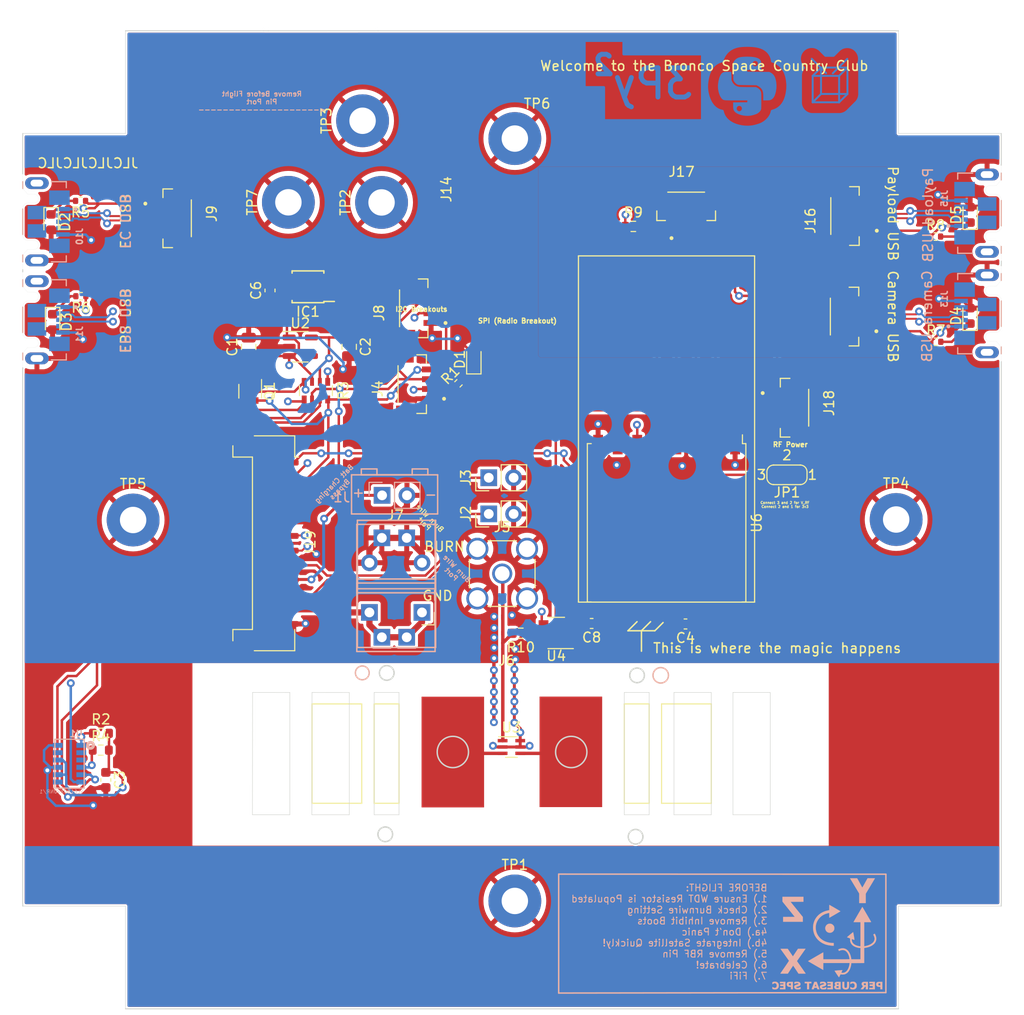
<source format=kicad_pcb>
(kicad_pcb (version 20240108) (generator "pcbnew") (generator_version "8.0")
  (layers (0 "F.Cu" signal) (1 "In1.Cu" signal) (2 "In2.Cu" signal) (31 "B.Cu" signal) (34 "B.Paste" user) (35 "F.Paste" user) (36 "B.SilkS" user "B.Silkscreen") (37 "F.SilkS" user "F.Silkscreen") (38 "B.Mask" user) (39 "F.Mask" user) (44 "Edge.Cuts" user))
  (net 0 "")
  (net 1 "GND")
  (net 2 "SDA1")
  (net 3 "3.3V")
  (net 4 "Net-(J6-tape_1)")
  (net 5 "Net-(J6-tape_2)")
  (net 6 "Dir_Chrg_In")
  (net 7 "BURN")
  (net 8 "RF_VCC")
  (net 9 "2.8V")
  (net 11 "Net-(D1-A)")
  (net 12 "V_RF")
  (net 13 "~{RESET}")
  (net 14 "/SCL_3V")
  (net 15 "/SDA_3V")
  (net 16 "SCL1")
  (net 17 "/GPIO")
  (net 18 "/XSHUT_2.8V")
  (net 24 "Net-(D2-A)")
  (net 25 "Net-(D3-A)")
  (net 26 "Net-(D4-A)")
  (net 27 "Net-(D5-A)")
  (net 28 "/1d-")
  (net 29 "/1d+")
  (net 30 "Net-(J10-VBUS)")
  (net 33 "/2d-")
  (net 34 "/2d+")
  (net 36 "/3d-")
  (net 37 "/3d+")
  (net 39 "Net-(J11-VBUS)")
  (net 40 "Net-(J13-VBUS)")
  (net 41 "Net-(J15-VBUS)")
  (net 42 "OUT2")
  (net 43 "Net-(U4-input2)")
  (net 44 "Balun")
  (net 45 "SPI0_MISO")
  (net 46 "SPI0_MOSI")
  (net 47 "SPI0_SCK")
  (net 48 "SPI0_CS0")
  (net 64 "USB_D+")
  (net 65 "USBBOOT")
  (net 66 "USB_D-")
  (net 69 "Net-(J5-In)")
  (footprint "Resistor_SMD:R_0603_1608Metric" (layer "F.Cu") (at 123.5208 135.7694)
    (property "Reference" "R4")
    (property "Value" "10K")
  )
  (footprint "Antenna_board:Burn_Wire" (layer "F.Cu") (at 154.4858 107.4844)
    (property "Reference" "J7")
    (property "Value" "~")
  )
  (footprint "Antenna_board:JST_BM04B-SRSS-TB(LF)(SN)" (layer "F.Cu") (at 132.0758 81.3894 -90)
    (property "Reference" "J9")
    (property "Value" "BM04B-SRSS-TB(LF)(SN)")
  )
  (footprint "Resistor_SMD:R_0603_1608Metric" (layer "F.Cu") (at 166.4458 123.8194 180)
    (property "Reference" "R10")
    (property "Value" "DNI")
  )
  (footprint "Antenna_board:JST_BM04B-SRSS-TB(LF)(SN)" (layer "F.Cu") (at 183.3458 79.4194)
    (property "Reference" "J17")
    (property "Value" "BM04B-SRSS-TB(LF)(SN)")
  )
  (footprint "Connector_PinHeader_2.54mm:PinHeader_1x02_P2.54mm_Vertical" (layer "F.Cu") (at 163.1708 111.6194 90)
    (property "Reference" "J2")
    (property "Value" "Conn_01x02")
  )
  (footprint "RF_Converter:Balun_Johanson_0896BM15A0001" (layer "F.Cu") (at 165.4858 135.4494)
    (property "Reference" "U3")
    (property "Value" "0433BM15A0001")
  )
  (footprint "Jumper:SolderJumper-3_P1.3mm_Open_RoundedPad1.0x1.5mm_NumberLabels" (layer "F.Cu") (at 193.6458 107.6194 180)
    (property "Reference" "JP1")
    (property "Value" "SolderJumper_3_Open")
  )
  (footprint "Antenna_board:HOPERF_RFM95W_SMD" (layer "F.Cu") (at 181.3458 112.5294 -90)
    (property "Reference" "U6")
    (property "Value" "RFM9xBreakout")
  )
  (footprint "MountingHole:MountingHole_2.7mm_M2.5_Pad" (layer "F.Cu") (at 150.2758 71.4194 90)
    (property "Reference" "TP3")
    (property "Value" "TestPoint")
  )
  (footprint "Antenna_board:JST_BM04B-SRSS-TB(LF)(SN)" (layer "F.Cu") (at 198.8258 81.1594 90)
    (property "Reference" "J16")
    (property "Value" "BM04B-SRSS-TB(LF)(SN)")
  )
  (footprint "Package_TO_SOT_SMD:SuperSOT-6" (layer "F.Cu") (at 170.0658 123.7894 180)
    (property "Reference" "U4")
    (property "Value" "AS193-73LF")
  )
  (footprint "LED_SMD:LED_0603_1608Metric" (layer "F.Cu") (at 161.6458 95.8194 90)
    (property "Reference" "D1")
    (property "Value" "Blue")
  )
  (footprint "Antenna_board:JST_BM04B-SRSS-TB(LF)(SN)" (layer "F.Cu") (at 198.7808 91.4394 90)
    (property "Reference" "J14")
    (property "Value" "BM04B-SRSS-TB(LF)(SN)")
  )
  (footprint "LED_SMD:LED_0603_1608Metric" (layer "F.Cu") (at 212.3558 91.3669 90)
    (property "Reference" "D4")
    (property "Value" "Blue")
  )
  (footprint "LED_SMD:LED_0603_1608Metric" (layer "F.Cu") (at 212.3658 81.0369 90)
    (property "Reference" "D5")
    (property "Value" "Blue")
  )
  (footprint "Antenna_board:JST_BM04B-SRSS-TB(LF)(SN)" (layer "F.Cu") (at 154.6008 98.3444 90)
    (property "Reference" "J4")
    (property "Value" "BM04B-SRSS-TB(LF)(SN)")
  )
  (footprint "Capacitor_SMD:C_0805_2012Metric" (layer "F.Cu") (at 148.9058 94.5344 -90)
    (property "Reference" "C2")
    (property "Value" "10uF")
  )
  (footprint "Resistor_SMD:R_0402_1005Metric" (layer "F.Cu") (at 121.4858 89.3594 180)
    (property "Reference" "R6")
    (property "Value" "1K")
  )
  (footprint "Capacitor_SMD:C_0805_2012Metric" (layer "F.Cu") (at 138.6358 94.5444 90)
    (property "Reference" "C1")
    (property "Value" "10uF")
  )
  (footprint "LED_SMD:LED_0603_1608Metric" (layer "F.Cu") (at 118.5958 91.9869 -90)
    (property "Reference" "D3")
    (property "Value" "Blue")
  )
  (footprint "Capacitor_SMD:C_0603_1608Metric" (layer "F.Cu") (at 183.2758 122.8694 180)
    (property "Reference" "C4")
    (property "Value" "10uF")
  )
  (footprint "Resistor_SMD:R_0402_1005Metric" (layer "F.Cu") (at 208.8358 83.2594)
    (property "Reference" "R8")
    (property "Value" "1K")
  )
  (footprint "Connector_Molex:Molex_Pico-Lock_504050-1291_1x12-1MP_P1.50mm_Horizontal" (layer "F.Cu") (at 140.4458 114.6194 -90)
    (property "Reference" "J19")
    (property "Value" "Z+_Cap_Connector")
  )
  (footprint "MountingHole:MountingHole_2.7mm_M2.5_Pad" (layer "F.Cu") (at 142.693713 79.756113 90)
    (property "Reference" "TP7")
    (property "Value" "TestPoint")
  )
  (footprint "Antenna_board:Tape_Measure_Antenna" (layer "F.Cu") (at 165.0008 127.1244)
    (property "Reference" "J6")
    (property "Value" "~")
    (fp_line (start -25.9804 15.2476) (end -22.1562 15.2476) (stroke (width 0.05)) (layer "Edge.Cuts"))
    (fp_line (start -25.9662 2.7476) (end -25.9804 15.2476) (stroke (width 0.05)) (layer "Edge.Cuts"))
    (fp_line (start -22.1562 2.7524) (end -25.9662 2.7476) (stroke (width 0.05)) (layer "Edge.Cuts"))
    (fp_line (start -22.1562 15.2476) (end -22.1562 2.7524) (stroke (width 0.05)) (layer "Edge.Cuts"))
    (fp_line (start -19.9062 15.25) (end -16.082 15.25) (stroke (width 0.05)) (layer "Edge.Cuts"))
    (fp_line (start -19.892 2.75) (end -19.9062 15.25) (stroke (width 0.05)) (layer "Edge.Cuts"))
    (fp_line (start -16.082 2.7548) (end -19.892 2.75) (stroke (width 0.05)) (layer "Edge.Cuts"))
    (fp_line (start -16.082 15.25) (end -16.082 2.7548) (stroke (width 0.05)) (layer "Edge.Cuts"))
    (fp_line (start -13.542 2.75) (end -11.002 2.75) (stroke (width 0.05)) (layer "Edge.Cuts"))
    (fp_line (start -13.542 15.25) (end -13.542 2.75) (stroke (width 0.05)) (layer "Edge.Cuts"))
    (fp_line (start -11.002 2.75) (end -11.002 15.25) (stroke (width 0.05)) (layer "Edge.Cuts"))
    (fp_line (start -11.002 15.25) (end -13.542 15.25) (stroke (width 0.05)) (layer "Edge.Cuts"))
    (fp_line (start 12.02 2.75) (end 12.02 15.25) (stroke (width 0.05)) (layer "Edge.Cuts"))
    (fp_line (start 12.02 15.25) (end 14.56 15.25) (stroke (width 0.05)) (layer "Edge.Cuts"))
    (fp_line (start 14.56 2.75) (end 12.02 2.75) (stroke (width 0.05)) (layer "Edge.Cuts"))
    (fp_line (start 14.56 15.25) (end 14.56 2.75) (stroke (width 0.05)) (layer "Edge.Cuts"))
    (fp_line (start 17.1 2.75) (end 17.1 15.25) (stroke (width 0.05)) (layer "Edge.Cuts"))
    (fp_line (start 17.1 15.25) (end 20.91 15.25) (stroke (width 0.05)) (layer "Edge.Cuts"))
    (fp_line (start 20.91 2.75) (end 17.1 2.75) (stroke (width 0.05)) (layer "Edge.Cuts"))
    (fp_line (start 20.91 15.25) (end 20.91 2.75) (stroke (width 0.05)) (layer "Edge.Cuts"))
    (fp_line (start 23.1258 2.75) (end 23.1258 15.25) (stroke (width 0.05)) (layer "Edge.Cuts"))
    (fp_line (start 23.1258 15.25) (end 26.9358 15.25) (stroke (width 0.05)) (layer "Edge.Cuts"))
    (fp_line (start 26.9358 2.75) (end 23.1258 2.75) (stroke (width 0.05)) (layer "Edge.Cuts"))
    (fp_line (start 26.9358 15.25) (end 26.9358 2.75) (stroke (width 0.05)) (layer "Edge.Cuts"))
    (fp_circle (center -12.4062 17.25) (end -13.1562 17.25) (stroke (width 0.15)) (fill none) (layer "Edge.Cuts"))
    (fp_circle (center -12.2562 0.75) (end -11.5062 0.75) (stroke (width 0.15)) (fill none) (layer "Edge.Cuts"))
    (fp_circle (center -5.5 8.8348) (end -3.9 8.8348) (stroke (width 0.15)) (fill none) (layer "Edge.Cuts"))
    (fp_circle (center 6.6 8.834801) (end 8.2 8.834801) (stroke (width 0.15)) (fill none) (layer "Edge.Cuts"))
    (fp_circle (center 13.1758 17.5) (end 13.9258 17.5) (stroke (width 0.15)) (fill none) (layer "Edge.Cuts"))
    (fp_circle (center 13.3258 1) (end 14.0758 1) (stroke (width 0.15)) (fill none) (layer "Edge.Cuts"))
  )
  (footprint "Resistor_SMD:R_0603_1608Metric" (layer "F.Cu") (at 177.9458 82.2194)
    (property "Reference" "R9")
    (property "Value" "10k")
  )
  (footprint "MountingHole:MountingHole_2.7mm_M2.5_Pad" (layer "F.Cu") (at 152.2158 79.7694 90)
    (property "Reference" "TP2")
    (property "Value" "TestPoint")
  )
  (footprint "MountingHole:MountingHole_2.7mm_M2.5_Pad" (layer "F.Cu") (at 126.8258 112.2394)
    (property "Reference" "TP5")
    (property "Value" "TestPoint")
  )
  (footprint "MountingHole:MountingHole_2.7mm_M2.5_Pad" (layer "F.Cu") (at 165.8358 73.2394)
    (property "Reference" "TP6")
    (property "Value" "TestPoint")
  )
  (footprint "Package_TO_SOT_SMD:SOT-23-5" (layer "F.Cu") (at 143.9083 94.5244)
    (property "Reference" "U2")
    (property "Value" "LP5907-2.8V")
  )
  (footprint "Package_SO:TSSOP-8_3x3mm_P0.65mm" (layer "F.Cu") (at 144.6958 88.3944 180)
    (property "Reference" "IC1")
    (property "Value" "PCT2075DP,118")
  )
  (footprint "Antenna_board:JST_BM04B-SRSS-TB(LF)(SN)" (layer "F.Cu") (at 154.7533 90.5944 90)
    (property "Reference" "J8")
    (property "Value" "BM04B-SRSS-TB(LF)(SN)")
  )
  (footprint "Resistor_SMD:R_0402_1005Metric" (layer "F.Cu") (at 208.8558 94.0194)
    (property "Reference" "R7")
    (property "Value" "1K")
  )
  (footprint "MountingHole:MountingHole_2.7mm_M2.5_Pad" (layer "F.Cu") (at 165.8358 151.1894)
    (property "Reference" "TP1")
    (property "Value" "TestPoint")
  )
  (footprint "MountingHole:MountingHole_2.7mm_M2.5_Pad" (layer "F.Cu") (at 204.8058 112.1894)
    (property "Reference" "TP4")
    (property "Value" "TestPoint")
  )
  (footprint "Resistor_SMD:R_0603_1608Metric" (layer "F.Cu") (at 123.5358 134.0494)
    (property "Reference" "R2")
    (property "Value" "10K")
  )
  (footprint "Capacitor_SMD:C_0603_1608Metric" (layer "F.Cu") (at 124.0358 138.8194 -90)
    (property "Reference" "C3")
    (property "Value" "0.1uF")
  )
  (footprint "Connector_Coaxial:SMA_Amphenol_901-144_Vertical" (layer "F.Cu") (at 164.5458 117.7194)
    (property "Reference" "J5")
    (property "Value" "Conn_Coaxial")
  )
  (footprint "Antenna_board:RFM98PW" (layer "F.Cu") (at 181.8373 102.934401 -90)
    (property "Reference" "U5" (hide yes))
    (property "Value" "RFM98PW" (hide yes))
  )
  (footprint "Capacitor_SMD:C_0603_1608Metric" (layer "F.Cu") (at 140.8158 88.7694 90)
    (property "Reference" "C6")
    (property "Value" "100nf")
  )
  (footprint "Package_TO_SOT_SMD:SOT-363_SC-70-6" (layer "F.Cu") (at 138.789486 99.075224 -90)
    (property "Reference" "Q1")
    (property "Value" "BSS138")
  )
  (footprint "Capacitor_SMD:C_0603_1608Metric" (layer "F.Cu") (at 173.6858 122.8194 180)
    (property "Reference" "C8")
    (property "Value" "100pf")
  )
  (footprint "LED_SMD:LED_0603_1608Metric" (layer "F.Cu") (at 118.4458 81.7769 -90)
    (property "Reference" "D2")
    (property "Value" "Blue")
  )
  (footprint "Antenna_board:JST_BM04B-SRSS-TB(LF)(SN)" (layer "F.Cu") (at 195.1658 100.7594 -90)
    (property "Reference" "J18")
    (property "Value" "BM04B-SRSS-TB(LF)(SN)")
  )
  (footprint "Resistor_SMD:R_Array_Convex_4x0603" (layer "F.Cu") (at 145.509484 99.015227 -90)
    (property "Reference" "R3")
    (property "Value" "10K")
  )
  (footprint "Connector_PinHeader_2.54mm:PinHeader_1x02_P2.54mm_Vertical" (layer "F.Cu") (at 163.1708 107.9194 90)
    (property "Reference" "J3")
    (property "Value" "Conn_01x02")
  )
  (footprint "Resistor_SMD:R_0402_1005Metric" (layer "F.Cu") (at 121.4558 79.6094 180)
    (property "Reference" "R5")
    (property "Value" "1K")
  )
  (footprint "Resistor_SMD:R_0402_1005Metric" (layer "F.Cu") (at 160.0758 98.2644 45)
    (property "Reference" "R1")
    (property "Value" "1K")
  )
  (footprint "LOGO" (layer "F.Cu") (at 186.937277 157.595673)
    (property "Reference" "G***" (hide yes))
    (property "Value" "LOGO" (hide yes))
  )
  (footprint "Antenna_board:MOLEX_105164-0001(round)" (layer "B.Cu") (at 115.5458 81.7444 90)
    (property "Reference" "J10")
    (property "Value" "USB_B_Micro")
    (fp_line (start 0.00053 -0.004943) (end -1.29947 -0.004943) (stroke (width 0.01)) (layer "Edge.Cuts"))
    (fp_line (start 0.00053 -0.004943) (end 1.3 0) (stroke (width 0.01)) (layer "Edge.Cuts"))
    (fp_line (start 4.9 0) (end 3.4 0) (stroke (width 0.01)) (layer "Edge.Cuts"))
    (fp_line (start 3.4 0) (end 2.825 0.5) (stroke (width 0.01)) (layer "Edge.Cuts"))
    (fp_line (start -3.4 0) (end -2.825 0.5) (stroke (width 0.01)) (layer "Edge.Cuts"))
    (fp_line (start -4.9 0) (end -3.4 0) (stroke (width 0.01)) (layer "Edge.Cuts"))
    (fp_line (start 2.825 1.15) (end 2.825 0.5) (stroke (width 0.01)) (layer "Edge.Cuts"))
    (fp_line (start 1.925 1.15) (end 1.925 0.5) (stroke (width 0.01)) (layer "Edge.Cuts"))
    (fp_line (start -1.925 1.15) (end -1.925 0.5) (stroke (width 0.01)) (layer "Edge.Cuts"))
    (fp_line (start -2.825 1.15) (end -2.825 0.5) (stroke (width 0.01)) (layer "Edge.Cuts"))
    (fp_arc (start 1.3 0) (mid 1.71741 0.122834) (end 1.925529 0.504943) (stroke (width 0.01)) (layer "Edge.Cuts"))
    (fp_arc (start -1.924999 0.5) (mid -1.716881 0.117891) (end -1.29947 -0.004943) (stroke (width 0.01)) (layer "Edge.Cuts"))
    (fp_arc (start 2.825 1.15) (mid 2.375 1.6) (end 1.925 1.15) (stroke (width 0.01)) (layer "Edge.Cuts"))
    (fp_arc (start -1.925 1.15) (mid -2.375 1.6) (end -2.825 1.15) (stroke (width 0.01)) (layer "Edge.Cuts"))
  )
  (footprint "LOGO" (layer "B.Cu") (at 172.6208 91.7194 180)
    (property "Reference" "G***" (hide yes))
    (property "Value" "LOGO" (hide yes))
  )
  (footprint "LOGO" (layer "B.Cu") (at 159.5458 124.0194 180)
    (property "Reference" "G***" (hide yes))
    (property "Value" "LOGO" (hide yes))
  )
  (footprint "LOGO" (layer "B.Cu") (at 179.2208 87.4194 180)
    (property "Reference" "G***" (hide yes))
    (property "Value" "LOGO" (hide yes))
  )
  (footprint "Antenna_board:MOLEX_105164-0001(round)" (layer "B.Cu") (at 215.5458 91.1444 -90)
    (property "Reference" "J13")
    (property "Value" "USB_B_Micro")
    (fp_line (start -2.825 1.15) (end -2.825 0.5) (stroke (width 0.01)) (layer "Edge.Cuts"))
    (fp_line (start -1.925 1.15) (end -1.925 0.5) (stroke (width 0.01)) (layer "Edge.Cuts"))
    (fp_line (start 1.925 1.15) (end 1.925 0.5) (stroke (width 0.01)) (layer "Edge.Cuts"))
    (fp_line (start 2.825 1.15) (end 2.825 0.5) (stroke (width 0.01)) (layer "Edge.Cuts"))
    (fp_line (start -4.9 0) (end -3.4 0) (stroke (width 0.01)) (layer "Edge.Cuts"))
    (fp_line (start -3.4 0) (end -2.825 0.5) (stroke (width 0.01)) (layer "Edge.Cuts"))
    (fp_line (start 3.4 0) (end 2.825 0.5) (stroke (width 0.01)) (layer "Edge.Cuts"))
    (fp_line (start 4.9 0) (end 3.4 0) (stroke (width 0.01)) (layer "Edge.Cuts"))
    (fp_line (start 0.00053 -0.004943) (end 1.3 0) (stroke (width 0.01)) (layer "Edge.Cuts"))
    (fp_line (start 0.00053 -0.004943) (end -1.29947 -0.004943) (stroke (width 0.01)) (layer "Edge.Cuts"))
    (fp_arc (start -1.925 1.15) (mid -2.375 1.6) (end -2.825 1.15) (stroke (width 0.01)) (layer "Edge.Cuts"))
    (fp_arc (start 2.825 1.15) (mid 2.375 1.6) (end 1.925 1.15) (stroke (width 0.01)) (layer "Edge.Cuts"))
    (fp_arc (start -1.924999 0.5) (mid -1.716881 0.117891) (end -1.29947 -0.004943) (stroke (width 0.01)) (layer "Edge.Cuts"))
    (fp_arc (start 1.3 0) (mid 1.71741 0.122834) (end 1.925529 0.504943) (stroke (width 0.01)) (layer "Edge.Cuts"))
  )
  (footprint "LOGO" (layer "B.Cu") (at 184.9208 91.4194 180)
    (property "Reference" "G***" (hide yes))
    (property "Value" "LOGO" (hide yes))
  )
  (footprint "Connector_PinHeader_2.54mm:PinHeader_1x02_P2.54mm_Vertical" (layer "B.Cu") (at 152.2708 109.7194 -90)
    (property "Reference" "J1")
    (property "Value" "Battery Charge Bypass")
  )
  (footprint "mainboard:XYZ_cubesat-top" (layer "B.Cu") (at 197.8458 155.3194 180)
    (property "Reference" "REF**" (hide yes))
    (property "Value" "Val**" (hide yes))
  )
  (footprint "Antenna_board:MOLEX_105164-0001(round)" (layer "B.Cu") (at 215.5458 80.8694 -90)
    (property "Reference" "J15")
    (property "Value" "USB_B_Micro")
    (fp_line (start -2.825 1.15) (end -2.825 0.5) (stroke (width 0.01)) (layer "Edge.Cuts"))
    (fp_line (start -1.925 1.15) (end -1.925 0.5) (stroke (width 0.01)) (layer "Edge.Cuts"))
    (fp_line (start 1.925 1.15) (end 1.925 0.5) (stroke (width 0.01)) (layer "Edge.Cuts"))
    (fp_line (start 2.825 1.15) (end 2.825 0.5) (stroke (width 0.01)) (layer "Edge.Cuts"))
    (fp_line (start -4.9 0) (end -3.4 0) (stroke (width 0.01)) (layer "Edge.Cuts"))
    (fp_line (start -3.4 0) (end -2.825 0.5) (stroke (width 0.01)) (layer "Edge.Cuts"))
    (fp_line (start 3.4 0) (end 2.825 0.5) (stroke (width 0.01)) (layer "Edge.Cuts"))
    (fp_line (start 4.9 0) (end 3.4 0) (stroke (width 0.01)) (layer "Edge.Cuts"))
    (fp_line (start 0.00053 -0.004943) (end 1.3 0) (stroke (width 0.01)) (layer "Edge.Cuts"))
    (fp_line (start 0.00053 -0.004943) (end -1.29947 -0.004943) (stroke (width 0.01)) (layer "Edge.Cuts"))
    (fp_arc (start -1.925 1.15) (mid -2.375 1.6) (end -2.825 1.15) (stroke (width 0.01)) (layer "Edge.Cuts"))
    (fp_arc (start 2.825 1.15) (mid 2.375 1.6) (end 1.925 1.15) (stroke (width 0.01)) (layer "Edge.Cuts"))
    (fp_arc (start -1.924999 0.5) (mid -1.716881 0.117891) (end -1.29947 -0.004943) (stroke (width 0.01)) (layer "Edge.Cuts"))
    (fp_arc (start 1.3 0) (mid 1.71741 0.122834) (end 1.925529 0.504943) (stroke (width 0.01)) (layer "Edge.Cuts"))
  )
  (footprint "LOGO" (layer "B.Cu") (at 184.738512 81.785746 180)
    (property "Reference" "G***" (hide yes))
    (property "Value" "LOGO" (hide yes))
  )
  (footprint "LOGO" (layer "B.Cu") (at 159.52669 124.032264 180)
    (property "Reference" "G***" (hide yes))
    (property "Value" "LOGO" (hide yes))
  )
  (footprint "LOGO" (layer "B.Cu") (at 173.240944 82.812311 180)
    (property "Reference" "G***" (hide yes))
    (property "Value" "LOGO" (hide yes))
  )
  (footprint "LOGO" (layer "B.Cu") (at 189.5958 68.4894 180)
    (property "Reference" "G***" (hide yes))
    (property "Value" "LOGO" (hide yes))
  )
  (footprint "LOGO" (layer "B.Cu") (at 195.9458 86.4444 180)
    (property "Reference" "G***" (hide yes))
    (property "Value" "LOGO" (hide yes))
  )
  (footprint "LOGO" (layer "B.Cu") (at 189.5958 68.4894 180)
    (property "Reference" "G***" (hide yes))
    (property "Value" "LOGO" (hide yes))
  )
  (footprint "Antenna_board:MOLEX_105164-0001(round)" (layer "B.Cu") (at 115.5458 91.7694 90)
    (property "Reference" "J11")
    (property "Value" "USB_B_Micro")
    (fp_line (start 0.00053 -0.004943) (end -1.29947 -0.004943) (stroke (width 0.01)) (layer "Edge.Cuts"))
    (fp_line (start 0.00053 -0.004943) (end 1.3 0) (stroke (width 0.01)) (layer "Edge.Cuts"))
    (fp_line (start 4.9 0) (end 3.4 0) (stroke (width 0.01)) (layer "Edge.Cuts"))
    (fp_line (start 3.4 0) (end 2.825 0.5) (stroke (width 0.01)) (layer "Edge.Cuts"))
    (fp_line (start -3.4 0) (end -2.825 0.5) (stroke (width 0.01)) (layer "Edge.Cuts"))
    (fp_line (start -4.9 0) (end -3.4 0) (stroke (width 0.01)) (layer "Edge.Cuts"))
    (fp_line (start 2.825 1.15) (end 2.825 0.5) (stroke (width 0.01)) (layer "Edge.Cuts"))
    (fp_line (start 1.925 1.15) (end 1.925 0.5) (stroke (width 0.01)) (layer "Edge.Cuts"))
    (fp_line (start -1.925 1.15) (end -1.925 0.5) (stroke (width 0.01)) (layer "Edge.Cuts"))
    (fp_line (start -2.825 1.15) (end -2.825 0.5) (stroke (width 0.01)) (layer "Edge.Cuts"))
    (fp_arc (start 1.3 0) (mid 1.71741 0.122834) (end 1.925529 0.504943) (stroke (width 0.01)) (layer "Edge.Cuts"))
    (fp_arc (start -1.924999 0.5) (mid -1.716881 0.117891) (end -1.29947 -0.004943) (stroke (width 0.01)) (layer "Edge.Cuts"))
    (fp_arc (start 2.825 1.15) (mid 2.375 1.6) (end 1.925 1.15) (stroke (width 0.01)) (layer "Edge.Cuts"))
    (fp_arc (start -1.925 1.15) (mid -2.375 1.6) (end -2.825 1.15) (stroke (width 0.01)) (layer "Edge.Cuts"))
  )
  (footprint "Adafruit VL6180 Time of Flight Sensor:VL6180" (layer "B.Cu") (at 120.3258 137.1544 180)
    (property "Reference" "U1")
    (property "Value" "VL6180XV0NR/1")
  )
  (footprint "LOGO" (layer "B.Cu") (at 193.0458 117.3194 180)
    (property "Reference" "G***" (hide yes))
    (property "Value" "LOGO" (hide yes))
  )
  (footprint "LOGO" (layer "B.Cu") (at 179.430099 117.528657 180)
    (property "Reference" "G***" (hide yes))
    (property "Value" "LOGO" (hide yes))
  )
  (gr_line (start 197.1258 68.6794) (end 199.8258 68.6794) (stroke (width 0.2)) (layer "B.Cu"))
  (gr_line (start 198.9758 66.8294) (end 199.8258 65.9794) (stroke (width 0.2)) (layer "B.Cu"))
  (gr_line (start 196.2758 66.8294) (end 197.1258 65.9794) (stroke (width 0.2)) (layer "B.Cu"))
  (gr_line (start 199.8058 65.0894) (end 198.3258 66.5694) (stroke (width 0.2)) (layer "B.Cu"))
  (gr_line (start 197.1258 65.9794) (end 197.1258 68.6794) (stroke (width 0.2)) (layer "B.Cu"))
  (gr_line (start 199.8258 68.6794) (end 198.9758 69.5294) (stroke (width 0.2)) (layer "B.Cu"))
  (gr_line (start 196.2758 66.8294) (end 196.2758 69.5294) (stroke (width 0.2)) (layer "B.Cu"))
  (gr_line (start 198.9758 66.8294) (end 196.2758 66.8294) (stroke (width 0.2)) (layer "B.Cu"))
  (gr_line (start 199.8258 65.9794) (end 199.8258 68.6794) (stroke (width 0.2)) (layer "B.Cu"))
  (gr_line (start 196.2758 69.5294) (end 197.1258 68.6794) (stroke (width 0.2)) (layer "B.Cu"))
  (gr_line (start 196.2758 69.5294) (end 198.9758 69.5294) (stroke (width 0.2)) (layer "B.Cu"))
  (gr_line (start 199.8258 65.9794) (end 197.1258 65.9794) (stroke (width 0.2)) (layer "B.Cu"))
  (gr_line (start 198.9758 69.5294) (end 198.9758 66.8294) (stroke (width 0.2)) (layer "B.Cu"))
  (gr_line (start 196.1758 65.0794) (end 197.6458 66.5494) (stroke (width 0.2)) (layer "B.Cu"))
  (gr_line (start 149.7458 118.2694) (end 149.7458 119.2694) (stroke (width 0.15)) (layer "B.SilkS"))
  (gr_line (start 170.31595 148.446095) (end 170.31595 160.606095) (stroke (width 0.15)) (layer "B.SilkS"))
  (gr_line (start 156.9458 107.0194) (end 155.3458 107.0194) (stroke (width 0.15)) (layer "B.SilkS"))
  (gr_circle (center 180.7458 128.1194) (end 180.9958 127.3694) (stroke (width 0.15)) (fill none) (layer "B.SilkS"))
  (gr_line (start 156.9458 107.6194) (end 156.9458 107.0194) (stroke (width 0.15)) (layer "B.SilkS"))
  (gr_line (start 155.3458 107.0194) (end 155.3458 107.6194) (stroke (width 0.15)) (layer "B.SilkS"))
  (gr_line (start 150.1458 107.0194) (end 151.7458 107.0194) (stroke (width 0.15)) (layer "B.SilkS"))
  (gr_line (start 151.7458 107.0194) (end 151.7458 107.6194) (stroke (width 0.15)) (layer "B.SilkS"))
  (gr_line (start 157.7458 112.2694) (end 157.7458 125.2694) (stroke (width 0.15)) (layer "B.SilkS"))
  (gr_line (start 157.7458 118.2694) (end 149.7458 118.2694) (stroke (width 0.15)) (layer "B.SilkS"))
  (gr_line (start 155.3458 107.6194) (end 150.1458 107.6194) (stroke (width 0.15)) (layer "B.SilkS"))
  (gr_line (start 157.7458 125.2694) (end 149.7458 125.2694) (stroke (width 0.15)) (layer "B.SilkS"))
  (gr_line (start 149.7458 125.2694) (end 149.7458 112.2694) (stroke (width 0.15)) (layer "B.SilkS"))
  (gr_line (start 149.7458 112.2694) (end 157.7458 112.2694) (stroke (width 0.15)) (layer "B.SilkS"))
  (gr_line (start 150.1458 107.6194) (end 150.1458 107.0194) (stroke (width 0.15)) (layer "B.SilkS"))
  (gr_line (start 170.31595 148.446095) (end 203.75595 148.456095) (stroke (width 0.15)) (layer "B.SilkS"))
  (gr_line (start 203.75595 148.456095) (end 203.75595 160.548576) (stroke (width 0.15)) (layer "B.SilkS"))
  (gr_circle (center 150.2458 127.8694) (end 150.7458 127.3694) (stroke (width 0.15)) (fill none) (layer "B.SilkS"))
  (gr_line (start 170.31595 160.606095) (end 203.75595 160.558576) (stroke (width 0.15)) (layer "B.SilkS"))
  (gr_line (start 149.7458 119.2694) (end 157.7458 119.2694) (stroke (width 0.15)) (layer "B.SilkS"))
  (gr_line (start 157.9458 111.6194) (end 157.9458 107.6194) (stroke (width 0.15)) (layer "B.SilkS"))
  (gr_line (start 149.1458 107.6194) (end 149.1458 111.6194) (stroke (width 0.15)) (layer "B.SilkS"))
  (gr_line (start 157.9458 107.6194) (end 149.1458 107.6194) (stroke (width 0.15)) (layer "B.SilkS"))
  (gr_line (start 149.1458 111.6194) (end 157.9458 111.6194) (stroke (width 0.15)) (layer "B.SilkS"))
  (gr_line (start 178.7758 125.6544) (end 178.7758 123.5644) (stroke (width 0.15)) (layer "F.SilkS"))
  (gr_line (start 177.3958 123.5644) (end 178.3258 122.6344) (stroke (width 0.15)) (layer "F.SilkS"))
  (gr_line (start 178.7758 123.5644) (end 179.7058 122.6344) (stroke (width 0.15)) (layer "F.SilkS"))
  (gr_line (start 178.7758 123.5644) (end 180.1358 123.5644) (stroke (width 0.15)) (layer "F.SilkS"))
  (gr_line (start 180.1458 123.5644) (end 180.9858 122.7244) (stroke (width 0.15)) (layer "F.SilkS"))
  (gr_line (start 178.7758 123.5644) (end 177.3958 123.5644) (stroke (width 0.15)) (layer "F.SilkS"))
  (gr_line (start 126.0462 62.2172) (end 140.1458 62.2172) (stroke (width 0.1)) (layer "Edge.Cuts"))
  (gr_line (start 126.0462 162.2172) (end 126.0462 151.7172) (stroke (width 0.05)) (layer "Edge.Cuts"))
  (gr_line (start 205.0462 62.2172) (end 205.0462 72.7172) (stroke (width 0.05)) (layer "Edge.Cuts"))
  (gr_line (start 205.0462 162.2172) (end 126.0462 162.2172) (stroke (width 0.1)) (layer "Edge.Cuts"))
  (gr_line (start 126.0462 72.7172) (end 126.0462 62.2172) (stroke (width 0.05)) (layer "Edge.Cuts"))
  (gr_line (start 115.5458 76.8444) (end 115.5462 72.7172) (stroke (width 0.1)) (layer "Edge.Cuts"))
  (gr_line (start 215.5462 151.7172) (end 205.0462 151.7172) (stroke (width 0.05)) (layer "Edge.Cuts"))
  (gr_line (start 205.0462 72.7172) (end 215.5462 72.7172) (stroke (width 0.05)) (layer "Edge.Cuts"))
  (gr_line (start 126.0462 151.7172) (end 115.5462 151.7172) (stroke (width 0.05)) (layer "Edge.Cuts"))
  (gr_line (start 205.0462 62.2172) (end 151.8458 62.2172) (stroke (width 0.1)) (layer "Edge.Cuts"))
  (gr_line (start 215.5458 96.039403) (end 215.5462 151.7172) (stroke (width 0.1)) (layer "Edge.Cuts"))
  (gr_line (start 205.0462 151.7172) (end 205.0462 162.2172) (stroke (width 0.05)) (layer "Edge.Cuts"))
  (gr_line (start 215.5458 85.7694) (end 215.5458 86.2444) (stroke (width 0.1)) (layer "Edge.Cuts"))
  (gr_line (start 215.5458 75.9694) (end 215.5462 72.7172) (stroke (width 0.1)) (layer "Edge.Cuts"))
  (gr_line (start 140.6383 62.2194) (end 140.1458 62.2172) (stroke (width 0.1)) (layer "Edge.Cuts"))
  (gr_line (start 115.5458 96.6694) (end 115.5462 151.7172) (stroke (width 0.1)) (layer "Edge.Cuts"))
  (gr_line (start 115.5458 86.6444) (end 115.5458 86.8694) (stroke (width 0.1)) (layer "Edge.Cuts"))
  (gr_line (start 140.6383 62.2194) (end 151.8458 62.2172) (stroke (width 0.1)) (layer "Edge.Cuts"))
  (gr_line (start 115.5462 72.7172) (end 126.0462 72.7172) (stroke (width 0.05)) (layer "Edge.Cuts"))
  (gr_text "3PySquared Antenna Development Board \nV1a\nMichael Pham | Nicole Maggard | Ernesto Montes\n" (at 146.8258 158.2994 0) (layer "F.Cu") (effects (font (size 1 1))))
  (gr_text "2" (at 174.9058 65.7194 0) (layer "B.Cu") (effects (font (size 2 2) (thickness 0.5)) (justify mirror)))
  (gr_text "3Py" (at 179.960184 67.633934 0) (layer "B.Cu") (effects (font (size 3 3) (thickness 0.5)) (justify mirror)))
  (gr_text "Remove Before Flight\nPin Port\n<--------------------" (at 139.9858 69.4794 0) (layer "B.SilkS") (effects (font (size 0.5 0.5) (thickness 0.1)) (justify mirror)))
  (gr_text "BEFORE FLIGHT:\n1.) Ensure WDT Resistor is Populated\n2.) Check Burnwire Setting\n3.) Remove Inhibit Boots\n4a.) Don't Panic\n4b.) Integrate Satellite Quickly!\n5.) Remove RBF Pin\n6.) Celebrate! \n7.) FiFi" (at 191.70595 154.356095 0) (layer "B.SilkS") (effects (font (size 0.7 0.7) (thickness 0.1)) (justify left mirror)))
  (gr_text "Payload USB" (at 208.6458 76.1194 90) (layer "B.SilkS") (effects (font (size 1 1)) (justify left bottom mirror)))
  (gr_text "-" (at 157.2458 109.6194 0) (layer "B.SilkS") (effects (font (size 1 1)) (justify mirror)))
  (gr_text "EPS USB" (at 125.3998 95.2754 -90) (layer "B.SilkS") (effects (font (size 1 1)) (justify left bottom mirror)))
  (gr_text "Batt Charging\nBypass" (at 147.6458 108.8194 45) (layer "B.SilkS") (effects (font (size 0.5 0.5) (thickness 0.1)) (justify mirror)))
  (gr_text "+\n" (at 149.8458 109.4194 0) (layer "B.SilkS") (effects (font (size 1 1)) (justify mirror)))
  (gr_text "Burn Wire\nPort" (at 159.6258 117.4994 315) (layer "B.SilkS") (effects (font (size 0.5 0.5) (thickness 0.1)) (justify mirror)))
  (gr_text "FC USB" (at 125.3998 84.6074 -90) (layer "B.SilkS") (effects (font (size 1 1)) (justify left bottom mirror)))
  (gr_text "Camera USB" (at 208.5458 86.6294 90) (layer "B.SilkS") (effects (font (size 1 1)) (justify left bottom mirror)))
  (gr_text "Camera USB" (at 203.8858 86.6394 -90) (layer "F.SilkS") (effects (font (size 1 1)) (justify left bottom)))
  (gr_text "I2C Breakouts" (at 153.5658 90.9794 0) (layer "F.SilkS") (effects (font (size 0.5 0.5) (thickness 0.125) (bold yes)) (justify left bottom)))
  (gr_text "Welcome to the Bronco Space Country Club" (at 185.1958 65.8094 0) (layer "F.SilkS") (effects (font (size 1 1))))
  (gr_text "JLCJLCJLCJLC" (at 122.2058 75.7594 0) (layer "F.SilkS") (effects (font (size 1 1)) (justify mirror)))
  (gr_text "Connect 3 and 2 for V_RF\nConnect 2 and 1 for 3v3" (at 193.4458 111.0194 0) (layer "F.SilkS") (effects (font (size 0.25 0.25) (thickness 0.0625)) (justify bottom)))
  (gr_text "FC USB" (at 126.6698 84.6074 90) (layer "F.SilkS") (effects (font (size 1 1)) (justify left bottom)))
  (gr_text "EPS USB" (at 126.6698 95.2754 90) (layer "F.SilkS") (effects (font (size 1 1)) (justify left bottom)))
  (gr_text "RF Power" (at 192.1458 104.8194 0) (layer "F.SilkS") (effects (font (size 0.5 0.5) (thickness 0.125) (bold yes)) (justify left bottom)))
  (gr_text "Payload USB" (at 203.8858 75.9714 -90) (layer "F.SilkS") (effects (font (size 1 1)) (justify left bottom)))
  (gr_text "This is where the magic happens" (at 192.6458 125.3394 0) (layer "F.SilkS") (effects (font (size 1 1))))
  (gr_text "SPI (Radio Breakout)" (at 162.0058 92.1694 0) (layer "F.SilkS") (effects (font (size 0.5 0.5) (thickness 0.125) (bold yes)) (justify left bottom)))
  (segment (start 164.5858 135.4494) (end 166.3858 135.4494) (width 0.3) (layer "F.Cu") (net 1))
  (segment (start 121.7058 93.7694) (end 120.8658 92.9294) (width 0.25) (layer "F.Cu") (net 1))
  (segment (start 201.3508 79.6594) (end 211.7758 79.6594) (width 0.25) (layer "F.Cu") (net 1))
  (segment (start 188.3458 106.6194) (end 188.3458 104.5294) (width 0.25) (layer "F.Cu") (net 1))
  (segment (start 165.7858 126.5994) (end 165.8858 126.4994) (width 0.3) (layer "F.Cu") (net 1))
  (segment (start 145.5458 115.7194) (end 145.5458 113.0194) (width 0.635) (layer "F.Cu") (net 1))
  (segment (start 195.1658 103.5594) (end 193.9408 103.5594) (width 0.25) (layer "F.Cu") (net 1))
  (segment (start 166.3958 133.5694) (end 165.7858 132.9594) (width 0.3) (layer "F.Cu") (net 1))
  (segment (start 201.3058 89.9394) (end 211.7158 89.9394) (width 0.25) (layer "F.Cu") (net 1))
  (segment (start 180.698299 108.966901) (end 179.5873 108.966901) (width 0.25) (layer "F.Cu") (net 1))
  (segment (start 120.8658 92.9294) (end 118.7508 92.9294) (width 0.25) (layer "F.Cu") (net 1))
  (segment (start 154.8108 110.8544) (end 154.8108 109.7194) (width 0.635) (layer "F.Cu") (net 1))
  (segment (start 146.2358 116.6094) (end 145.5458 115.9194) (width 0.635) (layer "F.Cu") (net 1))
  (segment (start 193.6658 102.2594) (end 193.7408 102.1844) (width 0.25) (layer "F.Cu") (net 1))
  (segment (start 163.6958 126.3894) (end 163.7158 126.3694) (width 0.34925) (layer "F.Cu") (net 1))
  (segment (start 165.7858 132.9594) (end 165.7858 127.4994) (width 0.3) (layer "F.Cu") (net 1))
  (segment (start 150.9758 116.6094) (end 150.9758 115.3394) (width 0.635) (layer "F.Cu") (net 1))
  (segment (start 136.4558 93.5944) (end 136.4258 93.5644) (width 0.254) (layer "F.Cu") (net 1))
  (segment (start 166.3958 133.9594) (end 166.3958 133.5694) (width 0.3) (layer "F.Cu") (net 1))
  (segment (start 161.3433 95.0319) (end 159.9758 93.6644) (width 0.25) (layer "F.Cu") (net 1))
  (segment (start 150.9758 116.6094) (end 146.2358 116.6094) (width 0.635) (layer "F.Cu") (net 1))
  (segment (start 123.2658 82.8894) (end 129.5508 82.8894) (width 0.25) (layer "F.Cu") (net 1))
  (segment (start 157.2783 92.0944) (end 157.2783 93.5469) (width 0.25) (layer "F.Cu") (net 1))
  (segment (start 193.7408 100.5444) (end 193.4558 100.2594) (width 0.25) (layer "F.Cu") (net 1))
  (segment (start 166.3858 133.9694) (end 166.3958 133.9594) (width 0.3) (layer "F.Cu") (net 1))
  (segment (start 118.7708 82.8894) (end 129.5508 82.8894) (width 0.25) (layer "F.Cu") (net 1))
  (segment (start 146.8458 87.4194) (end 142.5458 87.4194) (width 0.25) (layer "F.Cu") (net 1))
  (segment (start 178.593301 108.966901) (end 179.5873 108.966901) (width 0.25) (layer "F.Cu") (net 1))
  (segment (start 166.3858 134.7994) (end 166.3858 133.9694) (width 0.3) (layer "F.Cu") (net 1))
  (segment (start 193.4558 100.2594) (end 192.6408 100.2594) (width 0.25) (layer "F.Cu") (net 1))
  (segment (start 144.8958 112.3694) (end 143.2408 112.3694) (width 0.635) (layer "F.Cu") (net 1))
  (segment (start 174.3458 104.5294) (end 174.3458 102.4194) (width 0.25) (layer "F.Cu") (net 1))
  (segment (start 182.9458 106.7194) (end 180.698299 108.966901) (width 0.25) (layer "F.Cu") (net 1))
  (segment (start 165.8858 126.4994) (end 165.8858 125.4294) (width 0.3) (layer "F.Cu") (net 1))
  (segment (start 153.8458 111.8194) (end 154.8108 110.8544) (width 0.635) (layer "F.Cu") (net 1))
  (segment (start 163.6958 127.5894) (end 163.6958 132.9194) (width 0.34925) (layer "F.Cu") (net 1))
  (segment (start 148.9058 95.4844) (end 148.9058 96.1844) (width 0.25) (layer "F.Cu") (net 1))
  (segment (start 163.7158 121.0394) (end 163.7158 126.3694) (width 0.34925) (layer "F.Cu") (net 1))
  (segment (start 167.221175 135.4494) (end 167.3458 135.324775) (width 0.3) (layer "F.Cu") (net 1))
  (segment (start 122.5358 83.6194) (end 123.2658 82.8894) (width 0.25) (layer "F.Cu") (net 1))
  (segment (start 163.6958 127.5894) (end 163.6958 126.3894) (width 0.34925) (layer "F.Cu") (net 1))
  (segment (start 209.0758 78.9794) (end 208.3958 79.6594) (width 0.25) (layer "F.Cu") (net 1))
  (segment (start 145.5458 113.0194) (end 149.3458 113.0194) (width 0.635) (layer "F.Cu") (net 1))
  (segment (start 149.3458 113.0194) (end 150.5458 111.8194) (width 0.635) (layer "F.Cu") (net 1))
  (segment (start 144.395801 122.869399) (end 144.4458 122.8194) (width 0.25) (layer "F.Cu") (net 1))
  (segment (start 166.3858 135.4494) (end 167.221175 135.4494) (width 0.3) (layer "F.Cu") (net 1))
  (segment (start 145.5458 115.9194) (end 145.5458 115.7194) (width 0.635) (layer "F.Cu") (net 1))
  (segment (start 193.9408 103.5594) (end 192.6408 102.2594) (width 0.25) (layer "F.Cu") (net 1))
  (segment (start 142.5458 88.7194) (end 142.5458 87.4194) (width 0.25) (layer "F.Cu") (net 1))
  (segment (start 163.723355 135.4494) (end 163.59873 135.324775) (width 0.3) (layer "F.Cu") (net 1))
  (segment (start 138.6358 93.5944) (end 136.4558 93.5944) (width 0.254) (layer "F.Cu") (net 1))
  (segment (start 156.3458 115.6294) (end 154.7858 114.0694) (width 0.635) (layer "F.Cu") (net 1))
  (segment (start 208.8458 89.9394) (end 201.3058 89.9394) (width 0.25) (layer "F.Cu") (net 1))
  (segment (start 141.9708 87.9944) (end 142.5458 87.4194) (width 0.25) (layer "F.Cu") (net 1))
  (segment (start 152.2458 114.0694) (end 154.7858 114.0694) (width 0.635) (layer "F.Cu") (net 1))
  (segment (start 211.7758 79.6594) (end 212.3658 80.2494) (width 0.25) (layer "F.Cu") (net 1))
  (segment (start 118.7508 92.9294) (end 118.5958 92.7744) (width 0.25) (layer "F.Cu") (net 1))
  (segment (start 156.3458 116.6094) (end 156.3458 115.6294) (width 0.635) (layer "F.Cu") (net 1))
  (segment (start 211.7158 89.9394) (end 212.3558 90.5794) (width 0.25) (layer "F.Cu") (net 1))
  (segment (start 150.9858 116.5944) (end 150.4315 116.5944) (width 0.635) (layer "F.Cu") (net 1))
  (segment (start 161.6458 95.0319) (end 161.3433 95.0319) (width 0.25) (layer "F.Cu") (net 1))
  (segment (start 176.2458 106.6194) (end 178.593301 108.966901) (width 0.25) (layer "F.Cu") (net 1))
  (segment (start 164.5858 135.4494) (end 163.723355 135.4494) (width 0.3) (layer "F.Cu") (net 1))
  (segment (start 166.3858 134.7994) (end 166.3858 135.4494) (width 0.3) (layer "F.Cu") (net 1))
  (segment (start 208.3958 79.6594) (end 201.3508 79.6594) (width 0.25) (layer "F.Cu") (net 1))
  (segment (start 118.4458 82.5644) (end 118.7708 82.8894) (width 0.25) (layer "F.Cu") (net 1))
  (segment (start 150.9758 115.3394) (end 152.2458 114.0694) (width 0.635) (layer "F.Cu") (net 1))
  (segment (start 150.5458 111.8194) (end 153.8458 111.8194) (width 0.635) (layer "F.Cu") (net 1))
  (segment (start 145.5458 113.0194) (end 144.8958 112.3694) (width 0.635) (layer "F.Cu") (net 1))
  (segment (start 192.6408 102.2594) (end 193.6658 102.2594) (width 0.25) (layer "F.Cu") (net 1))
  (segment (start 209.1758 89.6094) (end 208.8458 89.9394) (width 0.25) (layer "F.Cu") (net 1))
  (segment (start 193.7408 102.1844) (end 193.7408 100.5444) (width 0.25) (layer "F.Cu") (net 1))
  (segment (start 140.8158 87.9944) (end 141.9708 87.9944) (width 0.25) (layer "F.Cu") (net 1))
  (segment (start 195.1658 97.9594) (end 195.1658 103.5594) (width 0.25) (layer "F.Cu") (net 1))
  (segment (start 157.2783 93.5469) (end 157.3858 93.6544) (width 0.25) (layer "F.Cu") (net 1))
  (segment (start 143.2408 122.869399) (end 144.395801 122.869399) (width 0.25) (layer "F.Cu") (net 1))
  (segment (start 165.7858 127.4994) (end 165.7858 126.5994) (width 0.3) (layer "F.Cu") (net 1))
  (segment (start 148.9058 96.1844) (end 148.2658 96.8244) (width 0.25) (layer "F.Cu") (net 1))
  (via (at 166.3958 133.9594) (size 0.8) (drill 0.4) (layers "F.Cu" "B.Cu") (net 1))
  (via (at 165.8858 125.4294) (size 0.8) (drill 0.4) (layers "F.Cu" "B.Cu") (net 1))
  (via (at 163.6958 129.8194) (size 0.8) (drill 0.4) (layers "F.Cu" "B.Cu") (net 1))
  (via (at 165.7858 127.4994) (size 0.8) (drill 0.4) (layers "F.Cu" "B.Cu") (net 1))
  (via (at 122.5358 83.6194) (size 0.8) (drill 0.4) (layers "F.Cu" "B.Cu") (net 1))
  (via (at 188.3458 106.6194) (size 0.8) (drill 0.4) (layers "F.Cu" "B.Cu") (net 1))
  (via (at 182.9458 106.7194) (size 0.8) (drill 0.4) (layers "F.Cu" "B.Cu") (net 1))
  (via (at 163.6958 130.8094) (size 0.8) (drill 0.4) (layers "F.Cu" "B.Cu") (net 1))
  (via (at 163.6958 131.8494) (size 0.8) (drill 0.4) (layers "F.Cu" "B.Cu") (net 1))
  (via (at 176.2458 106.6194) (size 0.8) (drill 0.4) (layers "F.Cu" "B.Cu") (net 1))
  (via (at 144.4458 122.8194) (size 0.8) (drill 0.4) (layers "F.Cu" "B.Cu") (net 1))
  (via (at 163.6958 127.5894) (size 0.8) (drill 0.4) (layers "F.Cu" "B.Cu") (net 1))
  (via (at 165.7858 129.8094) (size 0.8) (drill 0.4) (layers "F.Cu" "B.Cu") (net 1))
  (via (at 165.7858 130.7994) (size 0.8) (drill 0.4) (layers "F.Cu" "B.Cu") (net 1))
  (via (at 122.7458 141.4194) (size 0.8) (drill 0.4) (layers "F.Cu" "B.Cu") (net 1))
  (via (at 209.0758 78.9794) (size 0.8) (drill 0.4) (layers "F.Cu" "B.Cu") (net 1))
  (via (at 165.5458 121.9794) (size 0.8) (drill 0.4) (layers "F.Cu" "B.Cu") (net 1))
  (via (at 163.7158 123.2694) (size 0.8) (drill 0.4) (layers "F.Cu" "B.Cu") (net 1))
  (via (at 165.7858 131.8194) (size 0.8) (drill 0.4) (layers "F.Cu" "B.Cu") (net 1))
  (via (at 165.7858 132.9594) (size 0.8) (drill 0.4) (layers "F.Cu" "B.Cu") (net 1))
  (via (at 159.9758 93.6644) (size 0.8) (drill 0.4) (layers "F.Cu" "B.Cu") (net 1))
  (via (at 145.5458 115.7194) (size 0.8) (drill 0.4) (layers "F.Cu" "B.Cu") (net 1))
  (via (at 163.7158 124.2594) (size 0.8) (drill 0.4) (layers "F.Cu" "B.Cu") (net 1))
  (via (at 118.058855 137.832994) (size 0.8) (drill 0.4) (layers "F.Cu" "B.Cu") (net 1))
  (via (at 163.7158 125.2994) (size 0.8) (drill 0.4) (layers "F.Cu" "B.Cu") (net 1))
  (via (at 163.7158 126.3694) (size 0.8) (drill 0.4) (layers "F.Cu" "B.Cu") (net 1))
  (via (at 165.7858 128.6494) (size 0.8) (drill 0.4) (layers "F.Cu" "B.Cu") (net 1))
  (via (at 167.3458 135.324775) (size 0.8) (drill 0.4) (layers "F.Cu" "B.Cu") (net 1))
  (via (at 157.3858 93.6544) (size 0.8) (drill 0.4) (layers "F.Cu" "B.Cu") (net 1))
  (via (at 163.6958 132.9194) (size 0.8) (drill 0.4) (layers "F.Cu" "B.Cu") (net 1))
  (via (at 163.7158 122.1194) (size 0.8) (drill 0.4) (layers "F.Cu" "B.Cu") (net 1))
  (via (at 163.6958 128.6694) (size 0.8) (drill 0.4) (layers "F.Cu" "B.Cu") (net 1))
  (via (at 136.4258 93.5644) (size 0.8) (drill 0.4) (layers "F.Cu" "B.Cu") (net 1))
  (via (at 165.8858 126.4994) (size 0.8) (drill 0.4) (layers "F.Cu" "B.Cu") (net 1))
  (via (at 163.59873 135.324775) (size 0.8) (drill 0.4) (layers "F.Cu" "B.Cu") (net 1))
  (via (at 148.2658 96.8244) (size 0.8) (drill 0.4) (layers "F.Cu" "B.Cu") (net 1))
  (via (at 209.1758 89.6094) (size 0.8) (drill 0.4) (layers "F.Cu" "B.Cu") (net 1))
  (via (at 121.7058 93.7694) (size 0.8) (drill 0.4) (layers "F.Cu" "B.Cu") (net 1))
  (via (at 174.3458 102.4194) (size 0.8) (drill 0.4) (layers "F.Cu" "B.Cu") (net 1))
  (segment (start 157.3558 93.7194) (end 159.9358 93.7194) (width 0.25) (layer "B.Cu") (net 1))
  (segment (start 117.7258 135.7794) (end 118.2258 135.2794) (width 0.254) (layer "B.Cu") (net 1))
  (segment (start 118.2258 135.2794) (end 119.1258 135.2794) (width 0.254) (layer "B.Cu") (net 1))
  (segment (start 119.1258 137.5294) (end 118.362449 137.5294) (width 0.254) (layer "B.Cu") (net 1))
  (segment (start 118.3718 137.5294) (end 117.7258 136.8834) (width 0.254) (layer "B.Cu") (net 1))
  (segment (start 209.6758 79.5794) (end 209.0758 78.9794) (width 0.25) (layer "B.Cu") (net 1))
  (segment (start 119.6558 83.0594) (end 121.9758 83.0594) (width 0.25) (layer "B.Cu") (net 1))
  (segment (start 121.0058 93.0694) (end 121.7058 93.7694) (width 0.25) (layer "B.Cu") (net 1))
  (segment (start 117.7258 136.8834) (end 117.7258 135.7794) (width 0.254) (layer "B.Cu") (net 1))
  (segment (start 121.9758 83.0594) (end 122.5358 83.6194) (width 0.25) (layer "B.Cu") (net 1))
  (segment (start 148.328147 96.8794) (end 148.328147 96.144095) (width 0.25) (layer "B.Cu") (net 1))
  (segment (start 118.0658 140.5894) (end 118.0658 137.8354) (width 0.254) (layer "B.Cu") (net 1))
  (segment (start 122.894919 141.4594) (end 118.9358 141.4594) (width 0.254) (layer "B.Cu") (net 1))
  (segment (start 118.3718 137.5294) (end 119.1258 137.5294) (width 0.254) (layer "B.Cu") (net 1))
  (segment (start 209.405803 89.839403) (end 209.1758 89.6094) (width 0.25) (layer "B.Cu") (net 1))
  (segment (start 211.4358 89.839403) (end 209.405803 89.839403) (width 0.25) (layer "B.Cu") (net 1))
  (segment (start 145.803452 93.6194) (end 136.488147 93.6194) (width 0.25) (layer "B.Cu") (net 1))
  (segment (start 118.362449 137.5294) (end 118.058855 137.832994) (width 0.254) (layer "B.Cu") (net 1))
  (segment (start 118.9358 141.4594) (end 118.0658 140.5894) (width 0.254) (layer "B.Cu") (net 1))
  (segment (start 211.4358 79.5794) (end 209.6758 79.5794) (width 0.25) (layer "B.Cu") (net 1))
  (segment (start 118.0658 137.8354) (end 118.3718 137.5294) (width 0.254) (layer "B.Cu") (net 1))
  (segment (start 119.6558 93.0694) (end 121.0058 93.0694) (width 0.25) (layer "B.Cu") (net 1))
  (segment (start 148.328147 96.144095) (end 145.803452 93.6194) (width 0.25) (layer "B.Cu") (net 1))
  (segment (start 159.9358 93.7194) (end 159.9458 93.7294) (width 0.25) (layer "B.Cu") (net 1))
  (segment (start 147.5708 90.0944) (end 157.2783 90.0944) (width 0.25) (layer "F.Cu") (net 2))
  (segment (start 138.139486 98.680714) (end 136.9558 99.8644) (width 0.254) (layer "F.Cu") (net 2))
  (segment (start 144.4458 110.7194) (end 147.8458 107.3194) (width 0.25) (layer "F.Cu") (net 2))
  (segment (start 144.2958 110.8694) (end 144.4458 110.7194) (width 0.25) (layer "F.Cu") (net 2))
  (segment (start 152.907973 98.842227) (end 153.9058 97.8444) (width 0.254) (layer "F.Cu") (net 2))
  (segment (start 143.9458 101.8194) (end 145.109484 100.655716) (width 0.254) (layer "F.Cu") (net 2))
  (segment (start 153.3758 92.6944) (end 153.3758 96.3144) (width 0.25) (layer "F.Cu") (net 2))
  (segment (start 154.9058 97.8444) (end 157.1258 97.8444) (width 0.25) (layer "F.Cu") (net 2))
  (segment (start 153.3758 96.3144) (end 154.9058 97.8444) (width 0.25) (layer "F.Cu") (net 2))
  (segment (start 153.9058 97.8444) (end 154.9058 97.8444) (width 0.254) (layer "F.Cu") (net 2))
  (segment (start 145.528484 98.842227) (end 152.907973 98.842227) (width 0.254) (layer "F.Cu") (net 2))
  (segment (start 146.8458 89.3694) (end 147.5708 90.0944) (width 0.25) (layer "F.Cu") (net 2))
  (segment (start 157.2783 90.0944) (end 155.9758 90.0944) (width 0.25) (layer "F.Cu") (net 2))
  (segment (start 143.2408 110.8694) (end 144.2958 110.8694) (width 0.25) (layer "F.Cu") (net 2))
  (segment (start 136.9558 100.3344) (end 138.4408 101.8194) (width 0.254) (layer "F.Cu") (net 2))
  (segment (start 138.139486 98.125224) (end 138.139486 98.680714) (width 0.254) (layer "F.Cu") (net 2))
  (segment (start 145.109484 99.261227) (end 145.528484 98.842227) (width 0.254) (layer "F.Cu") (net 2))
  (segment (start 145.109484 100.655716) (end 145.109484 99.915227) (width 0.254) (layer "F.Cu") (net 2))
  (segment (start 138.4408 101.8194) (end 143.9458 101.8194) (width 0.254) (layer "F.Cu") (net 2))
  (segment (start 136.9558 99.8644) (end 136.9558 100.3344) (width 0.254) (layer "F.Cu") (net 2))
  (segment (start 145.109484 99.915227) (end 145.109484 99.261227) (width 0.254) (layer "F.Cu") (net 2))
  (segment (start 155.9758 90.0944) (end 153.3758 92.6944) (width 0.25) (layer "F.Cu") (net 2))
  (segment (start 147.8458 107.3194) (end 147.8458 101.1194) (width 0.25) (layer "F.Cu") (net 2))
  (via (at 147.8458 101.1194) (size 0.8) (drill 0.4) (layers "F.Cu" "B.Cu") (net 2))
  (via (at 147.9458 98.8194) (size 0.8) (drill 0.4) (layers "F.Cu" "B.Cu") (net 2))
  (segment (start 147.8458 101.1194) (end 147.8458 98.9194) (width 0.25) (layer "B.Cu") (net 2))
  (segment (start 147.8458 98.9194) (end 147.9458 98.8194) (width 0.25) (layer "B.Cu") (net 2))
  (segment (start 188.3373 88.9109) (end 188.3373 85.534401) (width 0.25) (layer "F.Cu") (net 3))
  (segment (start 190.9458 89.3194) (end 192.6408 91.0144) (width 0.25) (layer "F.Cu") (net 3))
  (segment (start 192.6408 91.0144) (end 192.6408 96.7194) (width 0.25) (layer "F.Cu") (net 3))
  (segment (start 142.7708 96.4094) (end 142.7758 96.4144) (width 0.254) (layer "F.Cu") (net 3))
  (segment (start 178.3458 102.5294) (end 178.3158 102.4994) (width 0.25) (layer "F.Cu") (net 3))
  (segment (start 145.109484 97.461227) (end 145.109484 98.115227) (width 0.254) (layer "F.Cu") (net 3))
  (segment (start 143.15788 95.4744) (end 142.7708 95.4744) (width 0.254) (layer "F.Cu") (net 3))
  (segment (start 143.7603 94.17682) (end 143.7603 94.87198) (width 0.254) (layer "F.Cu") (net 3))
  (segment (start 142.5458 89.3694) (end 140.9908 89.3694) (width 0.25) (layer "F.Cu") (net 3))
  (segment (start 142.7708 95.4744) (end 142.7708 96.4094) (width 0.254) (layer "F.Cu") (net 3))
  (segment (start 188.7458 89.3194) (end 188.3373 88.9109) (width 0.25) (layer "F.Cu") (net 3))
  (segment (start 146.709484 97.038084) (end 146.7058 97.0344) (width 0.254) (layer "F.Cu") (net 3))
  (segment (start 142.5458 93.3494) (end 142.7708 93.5744) (width 0.25) (layer "F.Cu") (net 3))
  (segment (start 159.4958 98.8444) (end 159.715176 98.625024) (width 0.25) (layer "F.Cu") (net 3))
  (segment (start 192.6408 96.7194) (end 196.0758 96.7194) (width 0.25) (layer "F.Cu") (net 3))
  (segment (start 143.2408 107.8244) (end 144.6458 106.4194) (width 0.25) (layer "F.Cu") (net 3))
  (segment (start 157.1258 98.8444) (end 155.5758 98.8444) (width 0.25) (layer "F.Cu") (net 3))
  (segment (start 138.6558 95.4744) (end 138.6358 95.4944) (width 0.254) (layer "F.Cu") (net 3))
  (segment (start 177.1208 82.2194) (end 177.1208 81.0444) (width 0.25) (layer "F.Cu") (net 3))
  (segment (start 143.15788 93.5744) (end 143.7603 94.17682) (width 0.254) (layer "F.Cu") (net 3))
  (segment (start 178.3458 104.5294) (end 178.3458 102.5294) (width 0.25) (layer "F.Cu") (net 3))
  (segment (start 142.7708 95.4744) (end 138.6558 95.4744) (width 0.254) (layer "F.Cu") (net 3))
  (segment (start 157.1258 98.8444) (end 159.4958 98.8444) (width 0.25) (layer "F.Cu") (net 3))
  (segment (start 192.6408 99.2594) (end 192.6408 96.7194) (width 0.25) (layer "F.Cu") (net 3))
  (segment (start 143.7603 94.87198) (end 143.15788 95.4744) (width 0.254) (layer "F.Cu") (net 3))
  (segment (start 157.2783 91.0944) (end 156.0358 91.0944) (width 0.25) (layer "F.Cu") (net 3))
  (segment (start 142.7708 95.4744) (end 143.122657 95.4744) (width 0.254) (layer "F.Cu") (net 3))
  (segment (start 140.9908 89.3694) (end 140.8158 89.5444) (width 0.25) (layer "F.Cu") (net 3))
  (segment (start 196.5458 97.1894) (end 196.5458 106.0194) (width 0.25) (layer "F.Cu") (net 3))
  (segment (start 142.7708 93.5744) (end 143.15788 93.5744) (width 0.254) (layer "F.Cu") (net 3))
  (segment (start 142.5458 89.3694) (end 142.5458 93.3494) (width 0.25) (layer "F.Cu") (net 3))
  (segment (start 196.0758 96.7194) (end 196.5458 97.1894) (width 0.25) (layer "F.Cu") (net 3))
  (segment (start 177.1208 81.0444) (end 177.1458 81.0194) (width 0.25) (layer "F.Cu") (net 3))
  (segment (start 188.7458 89.3194) (end 190.9458 89.3194) (width 0.25) (layer "F.Cu") (net 3))
  (segment (start 143.122657 95.4744) (end 145.109484 97.461227) (width 0.254) (layer "F.Cu") (net 3))
  (segment (start 196.5458 106.0194) (end 194.9458 107.6194) (width 0.25) (layer "F.Cu") (net 3))
  (segment (start 146.709484 98.115227) (end 146.709484 97.038084) (width 0.254) (layer "F.Cu") (net 3))
  (segment (start 168.5858 121.5994) (end 168.5858 122.6594) (width 0.25) (layer "F.Cu") (net 3))
  (segment (start 143.2408 107.8694) (end 143.2408 107.8244) (width 0.25) (layer "F.Cu") (net 3))
  (segment (start 168.5858 122.6594) (end 168.7658 122.8394) (width 0.25) (layer "F.Cu") (net 3))
  (segment (start 155.5758 98.8444) (end 155.4958 98.9244) (width 0.25) (layer "F.Cu") (net 3))
  (segment (start 156.0358 91.0944) (end 155.5758 91.5544) (width 0.25) (layer "F.Cu") (net 3))
  (via (at 146.7058 97.0344) (size 0.8) (drill 0.4) (layers "F.Cu" "B.Cu") (net 3))
  (via (at 177.1458 81.0194) (size 0.8) (drill 0.4) (layers "F.Cu" "B.Cu") (net 3))
  (via (at 155.4958 98.9244) (size 0.8) (drill 0.4) (layers "F.Cu" "B.Cu") (net 3))
  (via (at 142.7758 96.4144) (size 0.8) (drill 0.4) (layers "F.Cu" "B.Cu") (net 3))
  (via (at 178.3158 102.4994) (size 0.8) (drill 0.4) (layers "F.Cu" "B.Cu") (net 3))
  (via (at 144.6458 106.4194) (size 0.8) (drill 0.4) (layers "F.Cu" "B.Cu") (net 3))
  (via (at 155.5758 91.5544) (size 0.8) (drill 0.4) (layers "F.Cu" "B.Cu") (net 3))
  (via (at 168.5858 121.5994) (size 0.8) (drill 0.4) (layers "F.Cu" "B.Cu") (net 3))
  (via (at 188.7458 89.3194) (size 0.8) (drill 0.4) (layers "F.Cu" "B.Cu") (net 3))
  (segment (start 159.929125 136.0994) (end 158.975436 135.145711) (width 0.34925) (layer "F.Cu") (net 4))
  (segment (start 158.975436 135.145711) (end 158.975436 136.108971) (width 0.34925) (layer "F.Cu") (net 4))
  (segment (start 164.5858 136.0994) (end 159.929125 136.0994) (width 0.34925) (layer "F.Cu") (net 4))
  (segment (start 166.3858 136.0994) (end 171.37813 136.0994) (width 0.34925) (layer "F.Cu") (net 5))
  (segment (start 171.37813 136.0994) (end 172.13094 135.34659) (width 0.34925) (layer "F.Cu") (net 5))
  (segment (start 143.2908 118.3194) (end 143.2408 118.3694) (width 0.3) (layer "F.Cu") (net 6))
  (segment (start 146.3458 112.1019) (end 148.7283 109.7194) (width 0.3) (layer "F.Cu") (net 6))
  (segment (start 148.7283 109.7194) (end 152.2708 109.7194) (width 0.3) (layer "F.Cu") (net 6))
  (segment (start 145.0458 118.3194) (end 143.2908 118.3194) (width 0.3) (layer "F.Cu") (net 6))
  (via (at 146.3458 112.1019) (size 0.8) (drill 0.4) (layers "F.Cu" "B.Cu") (net 6))
  (via (at 145.0458 118.3194) (size 0.8) (drill 0.4) (layers "F.Cu" "B.Cu") (net 6))
  (segment (start 146.2958 112.1519) (end 146.2958 117.0694) (width 0.3) (layer "B.Cu") (net 6))
  (segment (start 146.3458 112.1019) (end 146.2958 112.1519) (width 0.3) (layer "B.Cu") (net 6))
  (segment (start 146.2958 117.0694) (end 145.0458 118.3194) (width 0.3) (layer "B.Cu") (net 6))
  (segment (start 156.3458 121.6894) (end 156.3458 122.6694) (width 0.635) (layer "F.Cu") (net 7))
  (segment (start 156.3458 122.6694) (end 154.7858 124.2294) (width 0.635) (layer "F.Cu") (net 7))
  (segment (start 146.1158 121.6894) (end 145.7958 121.3694) (width 0.635) (layer "F.Cu") (net 7))
  (segment (start 152.2458 124.2294) (end 154.7858 124.2294) (width 0.635) (layer "F.Cu") (net 7))
  (segment (start 145.7958 121.3694) (end 143.2408 121.3694) (width 0.635) (layer "F.Cu") (net 7))
  (segment (start 150.9758 122.9594) (end 152.2458 124.2294) (width 0.635) (layer "F.Cu") (net 7))
  (segment (start 150.9758 121.6894) (end 150.9758 122.9594) (width 0.635) (layer "F.Cu") (net 7))
  (segment (start 150.9758 121.6894) (end 146.1158 121.6894) (width 0.635) (layer "F.Cu") (net 7))
  (segment (start 191.2658 108.6994) (end 182.3373 117.6279) (width 0.25) (layer "F.Cu") (net 8))
  (segment (start 182.3373 120.534401) (end 182.3373 122.7059) (width 0.25) (layer "F.Cu") (net 8))
  (segment (start 182.3373 122.7059) (end 182.5008 122.8694) (width 0.25) (layer "F.Cu") (net 8))
  (segment (start 182.3373 117.6279) (end 182.3373 120.534401) (width 0.25) (layer "F.Cu") (net 8))
  (segment (start 193.032492 108.6994) (end 191.2658 108.6994) (width 0.25) (layer "F.Cu") (net 8))
  (segment (start 193.6458 107.6194) (end 193.6458 108.086092) (width 0.25) (layer "F.Cu") (net 8))
  (segment (start 193.6458 108.086092) (end 193.032492 108.6994) (width 0.25) (layer "F.Cu") (net 8))
  (segment (start 124.3458 137.7344) (end 124.0358 138.0444) (width 0.254) (layer "F.Cu") (net 9))
  (segment (start 148.9058 93.5844) (end 148.8958 93.5744) (width 0.254) (layer "F.Cu") (net 9))
  (segment (start 121.030748 128.1924) (end 120.154666 128.1924) (width 0.254) (layer "F.Cu") (net 9))
  (segment (start 124.3608 135.7544) (end 124.3458 135.7694) (width 0.254) (layer "F.Cu") (net 9))
  (segment (start 144.309484 98.115227) (end 143.310311 99.1144) (width 0.254) (layer "F.Cu") (net 9))
  (segment (start 138.94831 99.2874) (end 139.45631 99.2874) (width 0.254) (layer "F.Cu") (net 9))
  (segment (start 143.310311 99.1144) (end 138.789486 99.1144) (width 0.254) (layer "F.Cu") (net 9))
  (segment (start 124.3458 135.7694) (end 124.3458 137.7344) (width 0.254) (layer "F.Cu") (net 9))
  (segment (start 148.8958 93.5744) (end 146.8458 93.5744) (width 0.254) (layer "F.Cu") (net 9))
  (segment (start 134.0918 115.131348) (end 121.030748 128.1924) (width 0.254) (layer "F.Cu") (net 9))
  (segment (start 134.0918 103.4734) (end 134.0918 115.131348) (width 0.254) (layer "F.Cu") (net 9))
  (segment (start 145.909484 96.630716) (end 146.8458 95.6944) (width 0.254) (layer "F.Cu") (net 9))
  (segment (start 139.966486 97.431172) (end 139.045714 96.5104) (width 0.254) (layer "F.Cu") (net 9))
  (segment (start 125.7658 138.6994) (end 125.1108 138.0444) (width 0.254) (layer "F.Cu") (net 9))
  (segment (start 119.0918 139.487453) (end 120.150747 140.5464) (width 0.254) (layer "F.Cu") (net 9))
  (segment (start 120.154666 128.1924) (end 119.0918 129.255266) (width 0.254) (layer "F.Cu") (net 9))
  (segment (start 144.309484 98.769409) (end 144.4558 98.915725) (width 0.254) (layer "F.Cu") (net 9))
  (segment (start 125.7658 139.5894) (end 125.7658 138.6994) (width 0.254) (layer "F.Cu") (net 9))
  (segment (start 124.3608 134.0494) (end 124.3608 135.7544) (width 0.254) (layer "F.Cu") (net 9))
  (segment (start 135.9918 97.926347) (end 135.9918 101.5734) (width 0.254) (layer "F.Cu") (net 9))
  (segment (start 146.8458 95.6944) (end 146.8458 93.5744) (width 0.254) (layer "F.Cu") (net 9))
  (segment (start 138.789486 99.446224) (end 138.94831 99.2874) (width 0.254) (layer "F.Cu") (net 9))
  (segment (start 138.789486 100.025224) (end 138.789486 99.446224) (width 0.254) (layer "F.Cu") (net 9))
  (segment (start 120.150747 140.5464) (end 120.161883 140.5464) (width 0.254) (layer "F.Cu") (net 9))
  (segment (start 138.789486 99.1144) (end 138.789486 98.125224) (width 0.254) (layer "F.Cu") (net 9))
  (segment (start 135.9918 101.5734) (end 134.0918 103.4734) (width 0.254) (layer "F.Cu") (net 9))
  (segment (start 144.309484 98.115227) (end 144.309484 98.769409) (width 0.254) (layer "F.Cu") (net 9))
  (segment (start 137.407747 96.5104) (end 135.9918 97.926347) (width 0.254) (layer "F.Cu") (net 9))
  (segment (start 119.0918 129.255266) (end 119.0918 139.487453) (width 0.254) (layer "F.Cu") (net 9))
  (segment (start 139.045714 96.5104) (end 137.407747 96.5104) (width 0.254) (layer "F.Cu") (net 9))
  (segment (start 145.909484 98.115227) (end 145.909484 96.630716) (width 0.254) (layer "F.Cu") (net 9))
  (segment (start 138.789486 100.025224) (end 138.789486 99.1144) (width 0.254) (layer "F.Cu") (net 9))
  (segment (start 125.1108 138.0444) (end 124.0358 138.0444) (width 0.254) (layer "F.Cu") (net 9))
  (segment (start 146.8458 93.5744) (end 145.0458 93.5744) (width 0.254) (layer "F.Cu") (net 9))
  (segment (start 139.966486 98.777224) (end 139.966486 97.431172) (width 0.254) (layer "F.Cu") (net 9))
  (segment (start 139.45631 99.2874) (end 139.966486 98.777224) (width 0.254) (layer "F.Cu") (net 9))
  (via (at 120.161883 140.5464) (size 0.8) (drill 0.4) (layers "F.Cu" "B.Cu") (net 9))
  (via (at 125.7658 139.5894) (size 0.8) (drill 0.4) (layers "F.Cu" "B.Cu") (net 9))
  (via (at 144.4558 98.915725) (size 0.8) (drill 0.4) (layers "F.Cu" "B.Cu") (net 9))
  (via (at 146.8458 95.6944) (size 0.8) (drill 0.4) (layers "F.Cu" "B.Cu") (net 9))
  (segment (start 124.96164 140.3694) (end 125.74164 139.5894) (width 0.254) (layer "B.Cu") (net 9))
  (segment (start 119.8798 138.2794) (end 119.9558 138.2034) (width 0.254) (layer "B.Cu") (net 9))
  (segment (start 119.6258 136.7794) (end 119.1258 136.7794) (width 0.254) (layer "B.Cu") (net 9))
  (segment (start 119.8798 138.2794) (end 119.9958 138.3954) (width 0.254) (layer "B.Cu") (net 9))
  (segment (start 144.4558 98.0844) (end 144.4558 98.915725) (width 0.254) (layer "B.Cu") (net 9))
  (segment (start 119.1258 138.2794) (end 119.8798 138.2794) (width 0.254) (layer "B.Cu") (net 9))
  (segment (start 119.9558 138.2034) (end 119.9558 137.1094) (width 0.254) (layer "B.Cu") (net 9))
  (segment (start 125.74164 139.5894) (end 125.7658 139.5894) (width 0.254) (layer "B.Cu") (net 9))
  (segment (start 119.9958 139.4594) (end 120.9058 140.3694) (width 0.254) (layer "B.Cu") (net 9))
  (segment (start 119.9558 137.1094) (end 119.6258 136.7794) (width 0.254) (layer "B.Cu") (net 9))
  (segment (start 120.9058 140.3694) (end 120.338883 140.3694) (width 0.254) (layer "B.Cu") (net 9))
  (segment (start 120.9058 140.3694) (end 124.96164 140.3694) (width 0.254) (layer "B.Cu") (net 9))
  (segment (start 120.338883 140.3694) (end 120.161883 140.5464) (width 0.254) (layer "B.Cu") (net 9))
  (segment (start 119.9958 138.3954) (end 119.9958 139.4594) (width 0.254) (layer "B.Cu") (net 9))
  (segment (start 146.8458 95.6944) (end 144.4558 98.0844) (width 0.254) (layer "B.Cu") (net 9))
  (segment (start 160.436424 97.903776) (end 160.556424 97.903776) (width 0.25) (layer "F.Cu") (net 11))
  (segment (start 160.556424 97.903776) (end 161.7058 96.7544) (width 0.25) (layer "F.Cu") (net 11))
  (segment (start 170.8458 105.4194) (end 170.8458 106.1254) (width 0.25) (layer "F.Cu") (net 12))
  (segment (start 191.5408 106.8144) (end 192.3458 107.6194) (width 0.25) (layer "F.Cu") (net 12))
  (segment (start 148.8458 105.4194) (end 169.1458 105.4194) (width 0.25) (layer "F.Cu") (net 12))
  (segment (start 170.8458 106.1254) (end 177.2398 112.5194) (width 0.25) (layer "F.Cu") (net 12))
  (segment (start 191.6158 101.2594) (end 191.5408 101.3344) (width 0.25) (layer "F.Cu") (net 12))
  (segment (start 143.2408 106.369401) (end 144.190801 105.4194) (width 0.25) (layer "F.Cu") (net 12))
  (segment (start 144.190801 105.4194) (end 146.0508 105.4194) (width 0.25) (layer "F.Cu") (net 12))
  (segment (start 192.6408 101.2594) (end 191.6158 101.2594) (width 0.25) (layer "F.Cu") (net 12))
  (segment (start 186.8348 107.6194) (end 192.3458 107.6194) (width 0.25) (layer "F.Cu") (net 12))
  (segment (start 177.2398 112.5194) (end 181.9348 112.5194) (width 0.25) (layer "F.Cu") (net 12))
  (segment (start 181.9348 112.5194) (end 186.8348 107.6194) (width 0.25) (layer "F.Cu") (net 12))
  (segment (start 191.5408 101.3344) (end 191.5408 106.8144) (width 0.25) (layer "F.Cu") (net 12))
  (via (at 148.8458 105.4194) (size 0.8) (drill 0.4) (layers "F.Cu" "B.Cu") (net 12))
  (via (at 146.0508 105.4194) (size 0.8) (drill 0.4) (layers "F.Cu" "B.Cu") (net 12))
  (via (at 170.8458 105.4194) (size 0.8) (drill 0.4) (layers "F.Cu" "B.Cu") (net 12))
  (via (at 169.1458 105.4194) (size 0.8) (drill 0.4) (layers "F.Cu" "B.Cu") (net 12))
  (segment (start 146.0508 105.4194) (end 148.8458 105.4194) (width 0.25) (layer "B.Cu") (net 12))
  (segment (start 169.1458 105.4194) (end 170.8458 105.4194) (width 0.25) (layer "B.Cu") (net 12))
  (segment (start 158.2458 110.3194) (end 160.6458 107.9194) (width 0.25) (layer "F.Cu") (net 13))
  (segment (start 143.2408 116.8694) (end 145.587168 116.8694) (width 0.25) (layer "F.Cu") (net 13))
  (segment (start 158.2458 116.371101) (end 158.2458 110.3194) (width 0.25) (layer "F.Cu") (net 13))
  (segment (start 146.637168 117.9194) (end 156.697501 117.9194) (width 0.25) (layer "F.Cu") (net 13))
  (segment (start 145.587168 116.8694) (end 146.637168 117.9194) (width 0.25) (layer "F.Cu") (net 13))
  (segment (start 160.6458 107.9194) (end 163.1708 107.9194) (width 0.25) (layer "F.Cu") (net 13))
  (segment (start 156.697501 117.9194) (end 158.2458 116.371101) (width 0.25) (layer "F.Cu") (net 13))
  (segment (start 123.1358 126.7294) (end 123.1358 129.1394) (width 0.254) (layer "F.Cu") (net 14))
  (segment (start 134.5458 103.7194) (end 134.5458 115.3194) (width 0.254) (layer "F.Cu") (net 14))
  (segment (start 136.4458 102.2194) (end 136.4458 98.1144) (width 0.254) (layer "F.Cu") (net 14))
  (segment (start 136.4998 102.2734) (end 136.4458 102.2194) (width 0.254) (layer "F.Cu") (net 14))
  (segment (start 123.1358 129.1394) (end 119.5458 132.7294) (width 0.254) (layer "F.Cu") (net 14))
  (segment (start 138.857662 96.9644) (end 139.439486 97.546224) (width 0.254) (layer "F.Cu") (net 14))
  (segment (start 134.5458 115.3194) (end 123.1358 126.7294) (width 0.254) (layer "F.Cu") (net 14))
  (segment (start 122.3943 138.7709) (end 122.944313 138.7709) (width 0.254) (layer "F.Cu") (net 14))
  (segment (start 135.9918 102.2734) (end 134.5458 103.7194) (width 0.254) (layer "F.Cu") (net 14))
  (segment (start 136.4998 102.2734) (end 135.9918 102.2734) (width 0.254) (layer "F.Cu") (net 14))
  (segment (start 137.5958 96.9644) (end 138.857662 96.9644) (width 0.254) (layer "F.Cu") (net 14))
  (segment (start 136.4458 98.1144) (end 137.5958 96.9644) (width 0.254) (layer "F.Cu") (net 14))
  (segment (start 145.909484 100.569227) (end 144.205311 102.2734) (width 0.254) (layer "F.Cu") (net 14))
  (segment (start 119.5458 139.2994) (end 120.0658 139.8194) (width 0.254) (layer "F.Cu") (net 14))
  (segment (start 139.439486 97.546224) (end 139.439486 98.125224) (width 0.254) (layer "F.Cu") (net 14))
  (segment (start 119.5458 132.7294) (end 119.5458 139.2994) (width 0.254) (layer "F.Cu") (net 14))
  (segment (start 121.3458 139.8194) (end 122.3943 138.7709) (width 0.254) (layer "F.Cu") (net 14))
  (segment (start 144.205311 102.2734) (end 136.4998 102.2734) (width 0.254) (layer "F.Cu") (net 14))
  (segment (start 145.909484 100.569227) (end 145.909484 99.915227) (width 0.254) (layer "F.Cu") (net 14))
  (segment (start 120.0658 139.8194) (end 121.3458 139.8194) (width 0.254) (layer "F.Cu") (net 14))
  (via (at 122.944313 138.7709) (size 0.8) (drill 0.4) (layers "F.Cu" "B.Cu") (net 14))
  (segment (start 122.452813 138.2794) (end 122.944313 138.7709) (width 0.254) (layer "B.Cu") (net 14))
  (segment (start 121.5258 138.2794) (end 122.452813 138.2794) (width 0.254) (layer "B.Cu") (net 14))
  (segment (start 144.309484 100.330716) (end 143.6558 100.9844) (width 0.254) (layer "F.Cu") (net 15))
  (segment (start 144.309484 99.915227) (end 144.309484 100.330716) (width 0.254) (layer "F.Cu") (net 15))
  (segment (start 144.110311 100.1144) (end 144.309484 99.915227) (width 0.254) (layer "F.Cu") (net 15))
  (segment (start 138.519662 100.9844) (end 138.139486 100.604224) (width 0.254) (layer "F.Cu") (net 15))
  (segment (start 142.6458 100.1144) (end 144.110311 100.1144) (width 0.254) (layer "F.Cu") (net 15))
  (segment (start 138.139486 100.604224) (end 138.139486 100.025224) (width 0.254) (layer "F.Cu") (net 15))
  (segment (start 143.6558 100.9844) (end 138.519662 100.9844) (width 0.254) (layer "F.Cu") (net 15))
  (via (at 142.6458 100.1144) (size 0.8) (drill 0.4) (layers "F.Cu" "B.Cu") (net 15))
  (via (at 120.4558 128.9194) (size 0.8) (drill 0.4) (layers "F.Cu" "B.Cu") (net 15))
  (segment (start 121.5258 139.0294) (end 120.7718 139.0294) (width 0.254) (layer "B.Cu") (net 15))
  (segment (start 120.4558 138.7134) (end 120.4558 128.9194) (width 0.254) (layer "B.Cu") (net 15))
  (segment (start 120.7718 139.0294) (end 120.4558 138.7134) (width 0.254) (layer "B.Cu") (net 15))
  (segment (start 146.7758 105.8344) (end 146.7758 101.2644) (width 0.25) (layer "F.Cu") (net 16))
  (segment (start 146.709484 99.915227) (end 152.774973 99.915227) (width 0.25) (layer "F.Cu") (net 16))
  (segment (start 146.7758 99.981543) (end 146.709484 99.915227) (width 0.25) (layer "F.Cu") (net 16))
  (segment (start 156.9033 88.7194) (end 157.2783 89.0944) (width 0.25) (layer "F.Cu") (net 16))
  (segment (start 157.2783 89.0944) (end 158.3033 89.0944) (width 0.25) (layer "F.Cu") (net 16))
  (segment (start 139.439486 100.025224) (end 140.736624 100.025224) (width 0.25) (layer "F.Cu") (net 16))
  (segment (start 157.7658 96.8444) (end 157.1258 96.8444) (width 0.25) (layer "F.Cu") (net 16))
  (segment (start 152.774973 99.915227) (end 153.1558 99.5344) (width 0.25) (layer "F.Cu") (net 16))
  (segment (start 146.8458 88.7194) (end 156.9033 88.7194) (width 0.25) (layer "F.Cu") (net 16))
  (segment (start 146.7758 101.2644) (end 146.7758 99.981543) (width 0.25) (layer "F.Cu") (net 16))
  (segment (start 140.736624 100.025224) (end 140.7758 100.0644) (width 0.25) (layer "F.Cu") (net 16))
  (segment (start 157.0758 96.8944) (end 157.1258 96.8444) (width 0.25) (layer "F.Cu") (net 16))
  (segment (start 155.8658 96.8944) (end 157.0758 96.8944) (width 0.25) (layer "F.Cu") (net 16))
  (segment (start 158.3033 89.0944) (end 158.8158 89.6069) (width 0.25) (layer "F.Cu") (net 16))
  (segment (start 143.2408 109.3694) (end 146.7758 105.8344) (width 0.25) (layer "F.Cu") (net 16))
  (segment (start 158.8158 89.6069) (end 158.8158 95.7944) (width 0.25) (layer "F.Cu") (net 16))
  (segment (start 158.8158 95.7944) (end 157.7658 96.8444) (width 0.25) (layer "F.Cu") (net 16))
  (via (at 155.8658 96.8944) (size 0.8) (drill 0.4) (layers "F.Cu" "B.Cu") (net 16))
  (via (at 140.7758 100.0644) (size 0.8) (drill 0.4) (layers "F.Cu" "B.Cu") (net 16))
  (via (at 153.1558 99.5344) (size 0.8) (drill 0.4) (layers "F.Cu" "B.Cu") (net 16))
  (via (at 146.7758 101.2644) (size 0.8) (drill 0.4) (layers "F.Cu" "B.Cu") (net 16))
  (segment (start 143.0458 102.4194) (end 145.6458 102.4194) (width 0.25) (layer "B.Cu") (net 16))
  (segment (start 155.7658 96.8994) (end 155.8358 96.8994) (width 0.25) (layer "B.Cu") (net 16))
  (segment (start 145.6458 102.4194) (end 146.7458 101.3194) (width 0.25) (layer "B.Cu") (net 16))
  (segment (start 153.1258 99.5394) (end 155.7658 96.8994) (width 0.25) (layer "B.Cu") (net 16))
  (segment (start 140.7458 100.1194) (end 143.0458 102.4194) (width 0.25) (layer "B.Cu") (net 16))
  (segment (start 122.7108 134.0494) (end 121.8958 134.0494) (width 0.254) (layer "F.Cu") (net 17))
  (segment (start 121.8958 134.0494) (end 121.5358 134.4094) (width 0.254) (layer "F.Cu") (net 17))
  (via (at 121.5358 134.4094) (size 0.8) (drill 0.4) (layers "F.Cu" "B.Cu") (net 17))
  (segment (start 121.5358 135.2694) (end 121.5258 135.2794) (width 0.254) (layer "B.Cu") (net 17))
  (segment (start 121.5358 134.4094) (end 121.5358 135.2694) (width 0.254) (layer "B.Cu") (net 17))
  (segment (start 122.604434 137.311857) (end 122.604434 135.860766) (width 0.254) (layer "F.Cu") (net 18))
  (segment (start 122.604434 135.860766) (end 122.6958 135.7694) (width 0.254) (layer "F.Cu") (net 18))
  (via (at 122.604434 137.311857) (size 0.8) (drill 0.4) (layers "F.Cu" "B.Cu") (net 18))
  (segment (start 122.386891 137.5294) (end 122.604434 137.311857) (width 0.254) (layer "B.Cu") (net 18))
  (segment (start 121.5258 137.5294) (end 122.386891 137.5294) (width 0.254) (layer "B.Cu") (net 18))
  (segment (start 120.9458 79.6094) (end 119.8258 79.6094) (width 0.25) (layer "F.Cu") (net 24))
  (segment (start 119.8258 79.6094) (end 118.4458 80.9894) (width 0.25) (layer "F.Cu") (net 24))
  (segment (start 120.4358 89.3594) (end 118.5958 91.1994) (width 0.25) (layer "F.Cu") (net 25))
  (segment (start 120.9758 89.3594) (end 120.4358 89.3594) (width 0.25) (layer "F.Cu") (net 25))
  (segment (start 209.3658 94.0194) (end 210.4908 94.0194) (width 0.25) (layer "F.Cu") (net 26))
  (segment (start 210.4908 94.0194) (end 212.3558 92.1544) (width 0.25) (layer "F.Cu") (net 26))
  (segment (start 210.9308 83.2594) (end 212.3658 81.8244) (width 0.25) (layer "F.Cu") (net 27))
  (segment (start 209.3458 83.2594) (end 210.9308 83.2594) (width 0.25) (layer "F.Cu") (net 27))
  (segment (start 129.5508 80.8894) (end 128.388299 80.8894) (width 0.2) (layer "F.Cu") (net 28))
  (segment (start 128.388299 80.8894) (end 128.113299 81.1644) (width 0.2) (layer "F.Cu") (net 28))
  (segment (start 124.459872 81.164399) (end 124.159873 80.8644) (width 0.2) (layer "F.Cu") (net 28))
  (segment (start 128.113299 81.1644) (end 124.459872 81.164399) (width 0.2) (layer "F.Cu") (net 28))
  (via (at 124.159873 80.8644) (size 0.8) (drill 0.4) (layers "F.Cu" "B.Cu") (net 28))
  (segment (start 121.36585 80.9694) (end 121.45585 81.0594) (width 0.2) (layer "B.Cu") (net 28))
  (segment (start 119.794403 80.9694) (end 121.36585 80.9694) (width 0.2) (layer "B.Cu") (net 28))
  (segment (start 121.45585 81.0594) (end 122.03575 81.0594) (width 0.2) (layer "B.Cu") (net 28))
  (segment (start 119.6558 81.0944) (end 119.669403 81.0944) (width 0.2) (layer "B.Cu") (net 28))
  (segment (start 122.23075 80.8644) (end 124.159873 80.8644) (width 0.2) (layer "B.Cu") (net 28))
  (segment (start 122.03575 81.0594) (end 122.23075 80.8644) (width 0.2) (layer "B.Cu") (net 28))
  (segment (start 119.669403 81.0944) (end 119.794403 80.9694) (width 0.2) (layer "B.Cu") (net 28))
  (segment (start 128.113299 81.6144) (end 124.459872 81.614401) (width 0.2) (layer "F.Cu") (net 29))
  (segment (start 129.5508 81.8894) (end 128.388299 81.8894) (width 0.2) (layer "F.Cu") (net 29))
  (segment (start 124.459872 81.614401) (end 124.159873 81.9144) (width 0.2) (layer "F.Cu") (net 29))
  (segment (start 128.388299 81.8894) (end 128.113299 81.6144) (width 0.2) (layer "F.Cu") (net 29))
  (via (at 124.159873 81.9144) (size 0.8) (drill 0.4) (layers "F.Cu" "B.Cu") (net 29))
  (segment (start 123.559874 81.314401) (end 124.159873 81.9144) (width 0.2) (layer "B.Cu") (net 29))
  (segment (start 122.417118 81.314401) (end 123.559874 81.314401) (width 0.2) (layer "B.Cu") (net 29))
  (segment (start 120.6458 81.419381) (end 121.179462 81.419381) (width 0.2) (layer "B.Cu") (net 29))
  (segment (start 119.7808 81.6194) (end 120.6458 81.6194) (width 0.2) (layer "B.Cu") (net 29))
  (segment (start 122.222139 81.509381) (end 122.417118 81.314401) (width 0.2) (layer "B.Cu") (net 29))
  (segment (start 121.179462 81.419381) (end 121.269462 81.509381) (width 0.2) (layer "B.Cu") (net 29))
  (segment (start 119.669403 81.7594) (end 119.6558 81.7594) (width 0.2) (layer "B.Cu") (net 29))
  (segment (start 119.6558 81.7444) (end 119.7808 81.6194) (width 0.2) (layer "B.Cu") (net 29))
  (segment (start 121.269462 81.509381) (end 122.222139 81.509381) (width 0.2) (layer "B.Cu") (net 29))
  (segment (start 120.6458 81.6194) (end 120.6458 81.419381) (width 0.2) (layer "B.Cu") (net 29))
  (segment (start 121.7458 80.3594) (end 122.8958 80.3594) (width 0.25) (layer "F.Cu") (net 30))
  (segment (start 122.2458 79.8894) (end 123.3658 79.8894) (width 0.25) (layer "F.Cu") (net 30))
  (segment (start 123.3658 79.8894) (end 129.5508 79.8894) (width 0.25) (layer "F.Cu") (net 30))
  (segment (start 121.9658 79.6094) (end 122.2458 79.8894) (width 0.25) (layer "F.Cu") (net 30))
  (segment (start 122.8958 80.3594) (end 123.3658 79.8894) (width 0.25) (layer "F.Cu") (net 30))
  (via (at 121.7458 80.3594) (size 0.8) (drill 0.4) (layers "F.Cu" "B.Cu") (net 30))
  (segment (start 121.7458 80.3594) (end 121.6458 80.4594) (width 0.25) (layer "B.Cu") (net 30))
  (segment (start 121.6458 80.4594) (end 119.6558 80.4594) (width 0.25) (layer "B.Cu") (net 30))
  (segment (start 206.844973 91.664401) (end 207.144972 91.9644) (width 0.2) (layer "F.Cu") (net 33))
  (segment (start 202.743301 91.6644) (end 206.844973 91.664401) (width 0.2) (layer "F.Cu") (net 33))
  (segment (start 202.468301 91.9394) (end 202.743301 91.6644) (width 0.2) (layer "F.Cu") (net 33))
  (segment (start 201.3058 91.9394) (end 202.468301 91.9394) (width 0.2) (layer "F.Cu") (net 33))
  (via (at 207.144972 91.9644) (size 0.8) (drill 0.4) (layers "F.Cu" "B.Cu") (net 33))
  (segment (start 211.422197 91.7944) (end 211.297197 91.9194) (width 0.2) (layer "B.Cu") (net 33))
  (segment (start 210.4458 91.9644) (end 207.144972 91.9644) (width 0.2) (layer "B.Cu") (net 33))
  (segment (start 211.297197 91.9194) (end 210.4458 91.9194) (width 0.2) (layer "B.Cu") (net 33))
  (segment (start 211.4358 91.7944) (end 211.422197 91.7944) (width 0.2) (layer "B.Cu") (net 33))
  (segment (start 210.4458 91.9194) (end 210.4458 91.9644) (width 0.2) (layer "B.Cu") (net 33))
  (segment (start 206.844973 91.214399) (end 207.144972 90.9144) (width 0.2) (layer "F.Cu") (net 34))
  (segment (start 202.743301 91.2144) (end 206.844973 91.214399) (width 0.2) (layer "F.Cu") (net 34))
  (segment (start 202.468301 90.9394) (end 202.743301 91.2144) (width 0.2) (layer "F.Cu") (net 34))
  (segment (start 201.3058 90.9394) (end 202.468301 90.9394) (width 0.2) (layer "F.Cu") (net 34))
  (via (at 207.144972 90.9144) (size 0.8) (drill 0.4) (layers "F.Cu" "B.Cu") (net 34))
  (segment (start 211.3108 91.2694) (end 210.459431 91.2694) (width 0.2) (layer "B.Cu") (net 34))
  (segment (start 210.459431 91.2694) (end 210.214432 91.514399) (width 0.2) (layer "B.Cu") (net 34))
  (segment (start 207.744971 91.514399) (end 207.144972 90.9144) (width 0.2) (layer "B.Cu") (net 34))
  (segment (start 210.214432 91.514399) (end 207.744971 91.514399) (width 0.2) (layer "B.Cu") (net 34))
  (segment (start 211.4358 91.1444) (end 211.3108 91.2694) (width 0.2) (layer "B.Cu") (net 34))
  (segment (start 211.422197 91.139403) (end 211.4358 91.139403) (width 0.2) (layer "B.Cu") (net 34))
  (segment (start 202.513301 81.6594) (end 202.788301 81.3844) (width 0.2) (layer "F.Cu") (net 36))
  (segment (start 202.788301 81.3844) (end 205.937843 81.384401) (width 0.2) (layer "F.Cu") (net 36))
  (segment (start 201.3508 81.6594) (end 202.513301 81.6594) (width 0.2) (layer "F.Cu") (net 36))
  (segment (start 205.937843 81.384401) (end 206.237842 81.6844) (width 0.2) (layer "F.Cu") (net 36))
  (via (at 206.237842 81.6844) (size 0.8) (drill 0.4) (layers "F.Cu" "B.Cu") (net 36))
  (segment (start 211.3108 81.4044) (end 211.4358 81.5294) (width 0.2) (layer "B.Cu") (net 36))
  (segment (start 210.459432 81.4044) (end 211.3108 81.4044) (width 0.2) (layer "B.Cu") (net 36))
  (segment (start 206.837841 81.084401) (end 210.139433 81.084401) (width 0.2) (layer "B.Cu") (net 36))
  (segment (start 206.237842 81.6844) (end 206.837841 81.084401) (width 0.2) (layer "B.Cu") (net 36))
  (segment (start 210.139433 81.084401) (end 210.459432 81.4044) (width 0.2) (layer "B.Cu") (net 36))
  (segment (start 201.3508 80.6594) (end 202.513301 80.6594) (width 0.2) (layer "F.Cu") (net 37))
  (segment (start 202.788301 80.9344) (end 205.937843 80.934399) (width 0.2) (layer "F.Cu") (net 37))
  (segment (start 205.937843 80.934399) (end 206.237842 80.6344) (width 0.2) (layer "F.Cu") (net 37))
  (segment (start 202.513301 80.6594) (end 202.788301 80.9344) (width 0.2) (layer "F.Cu") (net 37))
  (via (at 206.237842 80.6344) (size 0.8) (drill 0.4) (layers "F.Cu" "B.Cu") (net 37))
  (segment (start 211.297197 80.7544) (end 211.422197 80.8794) (width 0.2) (layer "B.Cu") (net 37))
  (segment (start 210.4458 80.6344) (end 210.4458 80.7544) (width 0.2) (layer "B.Cu") (net 37))
  (segment (start 211.422197 80.8794) (end 211.4358 80.8794) (width 0.2) (layer "B.Cu") (net 37))
  (segment (start 206.237842 80.6344) (end 210.4458 80.6344) (width 0.2) (layer "B.Cu") (net 37))
  (segment (start 210.4458 80.7544) (end 211.297197 80.7544) (width 0.2) (layer "B.Cu") (net 37))
  (segment (start 121.9858 90.804899) (end 121.9858 89.3694) (width 0.25) (layer "F.Cu") (net 39))
  (segment (start 121.9858 89.3694) (end 121.9958 89.3594) (width 0.25) (layer "F.Cu") (net 39))
  (via (at 121.9858 90.804899) (size 0.8) (drill 0.4) (layers "F.Cu" "B.Cu") (net 39))
  (segment (start 119.6558 90.4694) (end 121.650301 90.4694) (width 0.25) (layer "B.Cu") (net 39))
  (segment (start 121.650301 90.4694) (end 121.9858 90.804899) (width 0.25) (layer "B.Cu") (net 39))
  (segment (start 209.2653 93.0999) (end 208.3458 94.0194) (width 0.25) (layer "F.Cu") (net 40))
  (segment (start 207.2658 92.9394) (end 201.3058 92.9394) (width 0.25) (layer "F.Cu") (net 40))
  (segment (start 208.3458 94.0194) (end 207.2658 92.9394) (width 0.25) (layer "F.Cu") (net 40))
  (segment (start 209.3258 93.0999) (end 209.2653 93.0999) (width 0.25) (layer "F.Cu") (net 40))
  (via (at 209.3258 93.0999) (size 0.8) (drill 0.4) (layers "F.Cu" "B.Cu") (net 40))
  (segment (start 211.4358 92.439403) (end 209.986297 92.439403) (width 0.25) (layer "B.Cu") (net 40))
  (segment (start 209.986297 92.439403) (end 209.3258 93.0999) (width 0.25) (layer "B.Cu") (net 40))
  (segment (start 209.502184 82.340211) (end 209.244989 82.340211) (width 0.25) (layer "F.Cu") (net 41))
  (segment (start 207.7258 82.6594) (end 201.3508 82.6594) (width 0.25) (layer "F.Cu") (net 41))
  (segment (start 208.3258 83.2594) (end 207.7258 82.6594) (width 0.25) (layer "F.Cu") (net 41))
  (segment (start 209.244989 82.340211) (end 208.3258 83.2594) (width 0.25) (layer "F.Cu") (net 41))
  (via (at 209.502184 82.340211) (size 0.8) (drill 0.4) (layers "F.Cu" "B.Cu") (net 41))
  (segment (start 209.662995 82.1794) (end 209.502184 82.340211) (width 0.25) (layer "B.Cu") (net 41))
  (segment (start 211.4358 82.1794) (end 209.662995 82.1794) (width 0.25) (layer "B.Cu") (net 41))
  (segment (start 174.4608 122.8194) (end 174.4608 120.657901) (width 0.25) (layer "F.Cu") (net 42))
  (segment (start 174.4608 120.657901) (end 174.3373 120.534401) (width 0.25) (layer "F.Cu") (net 42))
  (segment (start 172.8908 122.8394) (end 172.9108 122.8194) (width 0.25) (layer "F.Cu") (net 43))
  (segment (start 171.3658 122.8394) (end 172.8908 122.8394) (width 0.25) (layer "F.Cu") (net 43))
  (segment (start 167.3008 123.7894) (end 167.2708 123.8194) (width 0.34925) (layer "F.Cu") (net 44))
  (segment (start 168.7658 123.7894) (end 167.3008 123.7894) (width 0.34925) (layer "F.Cu") (net 44))
  (segment (start 186.3373 85.534401) (end 186.3458 85.542901) (width 0.25) (layer "F.Cu") (net 45))
  (segment (start 184.8458 82.9194) (end 186.3373 84.4109) (width 0.25) (layer "F.Cu") (net 45))
  (segment (start 186.3458 85.542901) (end 186.3458 104.5294) (width 0.25) (layer "F.Cu") (net 45))
  (segment (start 184.8458 81.9444) (end 184.8458 82.9194) (width 0.25) (layer "F.Cu") (net 45))
  (segment (start 186.3373 84.4109) (end 186.3373 85.534401) (width 0.25) (layer "F.Cu") (net 45))
  (segment (start 184.3458 85.542901) (end 184.3373 85.534401) (width 0.25) (layer "F.Cu") (net 46))
  (segment (start 184.3373 83.8279) (end 184.3373 85.534401) (width 0.25) (layer "F.Cu") (net 46))
  (segment (start 184.3458 95.7894) (end 184.3458 85.542901) (width 0.25) (layer "F.Cu") (net 46))
  (segment (start 183.8458 83.3194) (end 184.3458 83.8194) (width 0.25) (layer "F.Cu") (net 46))
  (segment (start 183.8458 81.9444) (end 183.8458 83.3194) (width 0.25) (layer "F.Cu") (net 46))
  (segment (start 184.3458 83.8194) (end 184.3373 83.8279) (width 0.25) (layer "F.Cu") (net 46))
  (segment (start 184.3458 104.5294) (end 184.3458 95.7894) (width 0.25) (layer "F.Cu") (net 46))
  (segment (start 182.3458 83.9194) (end 182.3458 84.1194) (width 0.25) (layer "F.Cu") (net 47))
  (segment (start 182.3458 96.8094) (end 182.3458 85.542901) (width 0.25) (layer "F.Cu") (net 47))
  (segment (start 182.8458 81.9444) (end 182.8458 83.4194) (width 0.25) (layer "F.Cu") (net 47))
  (segment (start 182.3373 84.1279) (end 182.3373 85.534401) (width 0.25) (layer "F.Cu") (net 47))
  (segment (start 182.3458 84.1194) (end 182.3373 84.1279) (width 0.25) (layer "F.Cu") (net 47))
  (segment (start 182.8458 83.4194) (end 182.3458 83.9194) (width 0.25) (layer "F.Cu") (net 47))
  (segment (start 182.3458 85.542901) (end 182.3373 85.534401) (width 0.25) (layer "F.Cu") (net 47))
  (segment (start 182.3458 104.5294) (end 182.3458 96.8094) (width 0.25) (layer "F.Cu") (net 47))
  (segment (start 171.670495 101.0194) (end 179.4458 101.0194) (width 0.25) (layer "F.Cu") (net 48))
  (segment (start 168.7658 124.7394) (end 169.5158 124.7394) (width 0.25) (layer "F.Cu") (net 48))
  (segment (start 169.5158 124.7394) (end 170.0208 124.2344) (width 0.25) (layer "F.Cu") (net 48))
  (segment (start 170.0208 124.2344) (end 170.0208 102.669095) (width 0.25) (layer "F.Cu") (net 48))
  (segment (start 180.3458 97.6794) (end 180.3458 85.542901) (width 0.25) (layer "F.Cu") (net 48))
  (segment (start 181.8458 81.9444) (end 179.0458 81.9444) (width 0.25) (layer "F.Cu") (net 48))
  (segment (start 180.3458 85.542901) (end 180.3373 85.534401) (width 0.25) (layer "F.Cu") (net 48))
  (segment (start 180.3458 104.5294) (end 180.3458 100.1194) (width 0.25) (layer "F.Cu") (net 48))
  (segment (start 179.0458 81.9444) (end 178.7708 82.2194) (width 0.25) (layer "F.Cu") (net 48))
  (segment (start 179.4458 101.0194) (end 180.3458 100.1194) (width 0.25) (layer "F.Cu") (net 48))
  (segment (start 180.3458 100.1194) (end 180.3458 97.6794) (width 0.25) (layer "F.Cu") (net 48))
  (segment (start 180.3373 83.4529) (end 180.3373 85.534401) (width 0.25) (layer "F.Cu") (net 48))
  (segment (start 181.8458 81.9444) (end 180.3373 83.4529) (width 0.25) (layer "F.Cu") (net 48))
  (segment (start 170.0208 102.669095) (end 171.670495 101.0194) (width 0.25) (layer "F.Cu") (net 48))
  (segment (start 143.290799 113.8194) (end 143.2408 113.869399) (width 0.2) (layer "F.Cu") (net 64))
  (segment (start 144.3458 113.8194) (end 143.290799 113.8194) (width 0.2) (layer "F.Cu") (net 64))
  (via (at 144.3458 113.8194) (size 0.8) (drill 0.4) (layers "F.Cu" "B.Cu") (net 64))
  (via (at 124.770784 91.9544) (size 0.8) (drill 0.4) (layers "F.Cu" "B.Cu") (net 64))
  (segment (start 124.770784 91.9544) (end 120.6458 91.9544) (width 0.2) (layer "B.Cu") (net 64))
  (segment (start 120.6458 91.9544) (end 120.6458 91.8944) (width 0.2) (layer "B.Cu") (net 64))
  (segment (start 120.6458 91.8944) (end 119.794403 91.8944) (width 0.2) (layer "B.Cu") (net 64))
  (segment (start 119.669403 91.7694) (end 119.6558 91.7694) (width 0.2) (layer "B.Cu") (net 64))
  (segment (start 119.794403 91.8944) (end 119.669403 91.7694) (width 0.2) (layer "B.Cu") (net 64))
  (segment (start 156.883897 118.3694) (end 158.7458 116.507497) (width 0.25) (layer "F.Cu") (net 65))
  (segment (start 160.0458 111.6194) (end 163.1708 111.6194) (width 0.25) (layer "F.Cu") (net 65))
  (segment (start 146.6958 118.3694) (end 156.883897 118.3694) (width 0.25) (layer "F.Cu") (net 65))
  (segment (start 158.7458 112.9194) (end 160.0458 111.6194) (width 0.25) (layer "F.Cu") (net 65))
  (segment (start 158.7458 116.507497) (end 158.7458 112.9194) (width 0.25) (layer "F.Cu") (net 65))
  (segment (start 143.2408 119.8694) (end 145.1958 119.8694) (width 0.25) (layer "F.Cu") (net 65))
  (segment (start 145.1958 119.8694) (end 146.6958 118.3694) (width 0.25) (layer "F.Cu") (net 65))
  (segment (start 144.095799 115.369401) (end 143.2408 115.369401) (width 0.2) (layer "F.Cu") (net 66))
  (segment (start 144.5458 114.9194) (end 144.095799 115.369401) (width 0.2) (layer "F.Cu") (net 66))
  (segment (start 144.6283 114.9194) (end 144.5458 114.9194) (width 0.2) (layer "F.Cu") (net 66))
  (via (at 144.6283 114.9194) (size 0.8) (drill 0.4) (layers "F.Cu" "B.Cu") (net 66))
  (via (at 124.770784 90.9044) (size 0.8) (drill 0.4) (layers "F.Cu" "B.Cu") (net 66))
  (segment (start 124.170785 91.504399) (end 120.892167 91.504399) (width 0.2) (layer "B.Cu") (net 66))
  (segment (start 120.892167 91.504399) (end 120.632168 91.2444) (width 0.2) (layer "B.Cu") (net 66))
  (segment (start 124.770784 90.9044) (end 124.170785 91.504399) (width 0.2) (layer "B.Cu") (net 66))
  (segment (start 120.632168 91.2444) (end 119.7808 91.2444) (width 0.2) (layer "B.Cu") (net 66))
  (segment (start 119.7808 91.2444) (end 119.6558 91.1194) (width 0.2) (layer "B.Cu") (net 66))
  (segment (start 165.6208 123.8194) (end 165.6058 123.8194) (width 0.34925) (layer "F.Cu") (net 69))
  (segment (start 164.6058 134.7794) (end 164.5858 134.7994) (width 0.34925) (layer "F.Cu") (net 69))
  (segment (start 165.6058 123.8194) (end 164.6058 124.8194) (width 0.34925) (layer "F.Cu") (net 69))
  (segment (start 164.6058 123.9194) (end 164.6058 124.8194) (width 0.34925) (layer "F.Cu") (net 69))
  (segment (start 164.6058 125.4394) (end 164.6058 134.7794) (width 0.34925) (layer "F.Cu") (net 69))
  (segment (start 164.6058 124.8194) (end 164.6058 125.4394) (width 0.34925) (layer "F.Cu") (net 69))
  (segment (start 164.6058 122.3694) (end 164.6058 121.9994) (width 0.34925) (layer "F.Cu") (net 69))
  (segment (start 164.6058 121.9994) (end 164.6058 118.4794) (width 0.34925) (layer "F.Cu") (net 69))
  (segment (start 164.6058 123.6994) (end 164.6058 123.9194) (width 0.34925) (layer "F.Cu") (net 69))
  (segment (start 164.6058 121.9994) (end 164.6058 123.6994) (width 0.34925) (layer "F.Cu") (net 69))
  (zone (net 1) (net_name "GND") (layer "F.Cu") (name "GND0") (connect_pads (clearance 0.3)) (min_thickness 0.254) (fill yes (thermal_gap 0.508) (thermal_bridge_width 0.508))
    (polygon (pts (xy 216.5858 162.8394) (xy 114.9858 162.8394) (xy 114.9858 61.2394) (xy 216.5858 61.2394)))
  )
  (zone (net 0) (net_name "") (layers "F.Cu" "In2.Cu" "B.Cu") (connect_pads (clearance 0)) (min_thickness 0.25)
    (keepout (tracks allowed) (vias allowed) (pads allowed) (copperpour not_allowed) (footprints allowed))
    (fill (thermal_gap 0.5) (thermal_bridge_width 0.5))
    (polygon (pts (xy 132.8858 126.8694) (xy 132.8858 145.5394) (xy 197.9158 145.5394) (xy 197.9158 126.8694)))
  )
  (zone (net 0) (net_name "") (layer "B.Cu") (name "Bare Copper Zone") (connect_pads (clearance 1)) (min_thickness 0.254) (fill yes (thermal_gap 0.508) (thermal_bridge_width 0.508) (island_removal_mode 1) (island_area_min 10))
    (polygon (pts (xy 216.5858 126.8794) (xy 114.9858 126.8794) (xy 114.9858 61.2394) (xy 216.5858 61.2394)))
  )
  (zone (net 0) (net_name "") (layer "B.Cu") (priority 2) (connect_pads (clearance 0.508)) (min_thickness 0.25) (fill yes (thermal_gap 0.5) (thermal_bridge_width 0.5) (island_removal_mode 1) (island_area_min 10))
    (polygon (pts (xy 203.9208 76.2194) (xy 203.9208 95.6194) (xy 168.4208 95.6194) (xy 168.2208 95.4194) (xy 168.2208 76.2194) (xy 168.3208 76.1194) (xy 203.8208 76.1194)))
  )
  (zone (net 0) (net_name "") (layer "B.Cu") (name "Bare Copper Zone") (connect_pads (clearance 1)) (min_thickness 0.254) (fill yes (thermal_gap 0.508) (thermal_bridge_width 0.508))
    (polygon (pts (xy 216.5858 162.8394) (xy 114.9858 162.8394) (xy 114.9858 145.5794) (xy 216.5858 145.5794)))
  )
)
</source>
